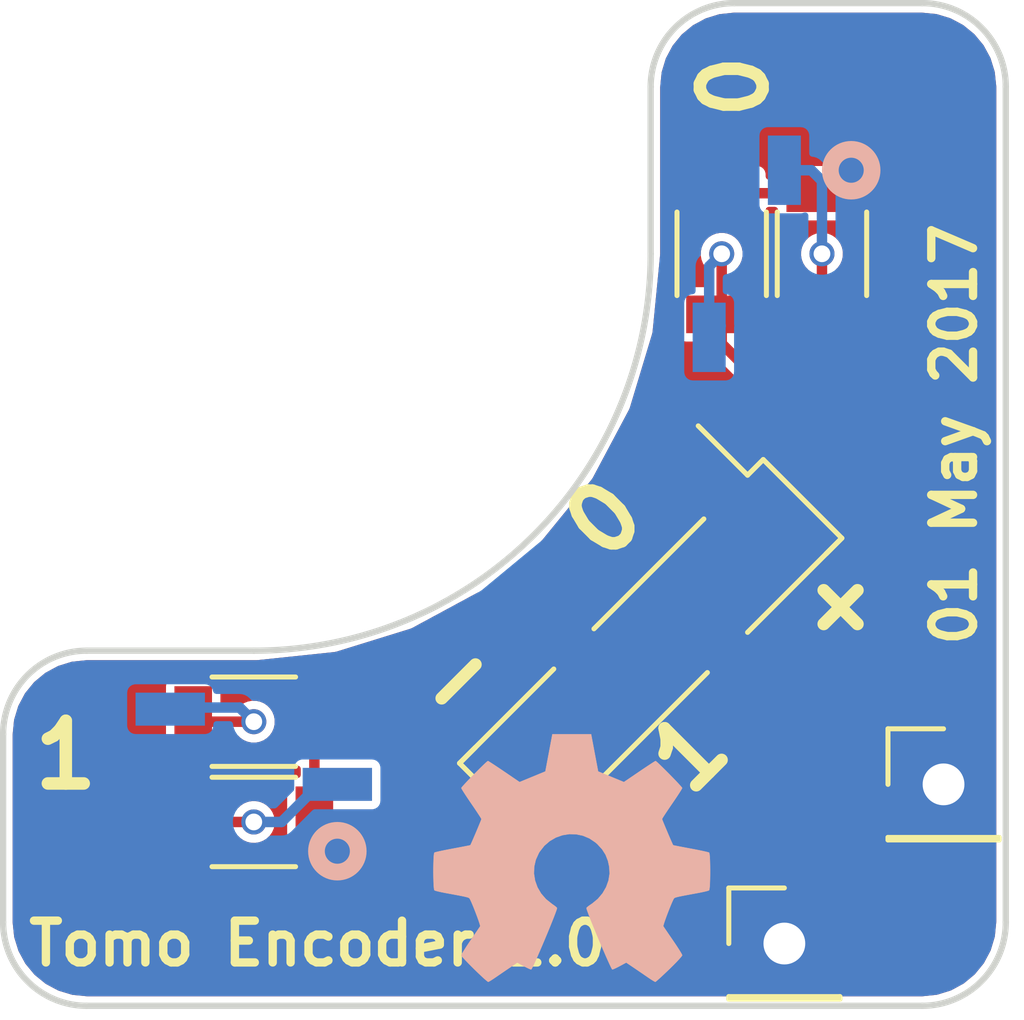
<source format=kicad_pcb>
(kicad_pcb (version 4) (host pcbnew 4.0.6-e0-6349~52~ubuntu16.10.1)

  (general
    (links 16)
    (no_connects 0)
    (area 93.924999 93.924999 118.075001 118.075001)
    (thickness 1.6)
    (drawings 22)
    (tracks 54)
    (zones 0)
    (modules 11)
    (nets 7)
  )

  (page USLetter)
  (layers
    (0 F.Cu signal)
    (31 B.Cu signal)
    (32 B.Adhes user)
    (33 F.Adhes user)
    (34 B.Paste user)
    (35 F.Paste user)
    (36 B.SilkS user)
    (37 F.SilkS user)
    (38 B.Mask user)
    (39 F.Mask user hide)
    (40 Dwgs.User user hide)
    (41 Cmts.User user)
    (42 Eco1.User user)
    (43 Eco2.User user)
    (44 Edge.Cuts user)
    (45 Margin user hide)
    (46 B.CrtYd user hide)
    (47 F.CrtYd user hide)
    (48 B.Fab user hide)
    (49 F.Fab user hide)
  )

  (setup
    (last_trace_width 0.25)
    (trace_clearance 0.2)
    (zone_clearance 0.1524)
    (zone_45_only no)
    (trace_min 0.2)
    (segment_width 0.2)
    (edge_width 0.15)
    (via_size 0.6)
    (via_drill 0.4)
    (via_min_size 0.4)
    (via_min_drill 0.3)
    (uvia_size 0.3)
    (uvia_drill 0.1)
    (uvias_allowed no)
    (uvia_min_size 0.2)
    (uvia_min_drill 0.1)
    (pcb_text_width 0.3)
    (pcb_text_size 1.5 1.5)
    (mod_edge_width 0.15)
    (mod_text_size 1 1)
    (mod_text_width 0.15)
    (pad_size 1.7 1.7)
    (pad_drill 1)
    (pad_to_mask_clearance 0.2)
    (aux_axis_origin 0 0)
    (grid_origin 100 100)
    (visible_elements 7FFFCE7F)
    (pcbplotparams
      (layerselection 0x00030_80000001)
      (usegerberextensions false)
      (excludeedgelayer true)
      (linewidth 0.100000)
      (plotframeref false)
      (viasonmask false)
      (mode 1)
      (useauxorigin false)
      (hpglpennumber 1)
      (hpglpenspeed 20)
      (hpglpendiameter 15)
      (hpglpenoverlay 2)
      (psnegative false)
      (psa4output false)
      (plotreference true)
      (plotvalue true)
      (plotinvisibletext false)
      (padsonsilk false)
      (subtractmaskfromsilk false)
      (outputformat 1)
      (mirror false)
      (drillshape 1)
      (scaleselection 1)
      (outputdirectory ""))
  )

  (net 0 "")
  (net 1 VCC)
  (net 2 GND)
  (net 3 /ENC1)
  (net 4 /ENC0)
  (net 5 /D0)
  (net 6 /D1)

  (net_class Default "This is the default net class."
    (clearance 0.2)
    (trace_width 0.25)
    (via_dia 0.6)
    (via_drill 0.4)
    (uvia_dia 0.3)
    (uvia_drill 0.1)
    (add_net /D0)
    (add_net /D1)
    (add_net /ENC0)
    (add_net /ENC1)
    (add_net GND)
    (add_net VCC)
  )

  (module Pin_Headers:Pin_Header_Straight_1x04_Pitch2.54mm_SMD_Pin1Left (layer F.Cu) (tedit 59054111) (tstamp 58FCEE86)
    (at 109.5 109.5 315)
    (descr "surface-mounted straight pin header, 1x04, 2.54mm pitch, single row, style 1 (pin 1 left)")
    (tags "Surface mounted pin header SMD 1x04 2.54mm single row style1 pin1 left")
    (path /58FCDAD9)
    (attr smd)
    (fp_text reference J1 (at 0 -6.14 315) (layer F.SilkS) hide
      (effects (font (size 1 1) (thickness 0.15)))
    )
    (fp_text value CONN_01X04 (at 0 6.14 315) (layer F.Fab)
      (effects (font (size 1 1) (thickness 0.15)))
    )
    (fp_line (start -1.27 -5.08) (end -1.27 5.08) (layer F.Fab) (width 0.1))
    (fp_line (start -1.27 5.08) (end 1.27 5.08) (layer F.Fab) (width 0.1))
    (fp_line (start 1.27 5.08) (end 1.27 -5.08) (layer F.Fab) (width 0.1))
    (fp_line (start 1.27 -5.08) (end -1.27 -5.08) (layer F.Fab) (width 0.1))
    (fp_line (start -1.27 -4.13) (end -1.27 -3.49) (layer F.Fab) (width 0.1))
    (fp_line (start -1.27 -3.49) (end -2.65 -3.49) (layer F.Fab) (width 0.1))
    (fp_line (start -2.65 -3.49) (end -2.65 -4.13) (layer F.Fab) (width 0.1))
    (fp_line (start -2.65 -4.13) (end -1.27 -4.13) (layer F.Fab) (width 0.1))
    (fp_line (start -1.27 0.95) (end -1.27 1.59) (layer F.Fab) (width 0.1))
    (fp_line (start -1.27 1.59) (end -2.65 1.59) (layer F.Fab) (width 0.1))
    (fp_line (start -2.65 1.59) (end -2.65 0.95) (layer F.Fab) (width 0.1))
    (fp_line (start -2.65 0.95) (end -1.27 0.95) (layer F.Fab) (width 0.1))
    (fp_line (start 1.27 -1.59) (end 1.27 -0.95) (layer F.Fab) (width 0.1))
    (fp_line (start 1.27 -0.95) (end 2.65 -0.95) (layer F.Fab) (width 0.1))
    (fp_line (start 2.65 -0.95) (end 2.65 -1.59) (layer F.Fab) (width 0.1))
    (fp_line (start 2.65 -1.59) (end 1.27 -1.59) (layer F.Fab) (width 0.1))
    (fp_line (start 1.27 3.49) (end 1.27 4.13) (layer F.Fab) (width 0.1))
    (fp_line (start 1.27 4.13) (end 2.65 4.13) (layer F.Fab) (width 0.1))
    (fp_line (start 2.65 4.13) (end 2.65 3.49) (layer F.Fab) (width 0.1))
    (fp_line (start 2.65 3.49) (end 1.27 3.49) (layer F.Fab) (width 0.1))
    (fp_line (start -1.33 -4.61) (end -1.33 -5.14) (layer F.SilkS) (width 0.12))
    (fp_line (start -1.33 -5.14) (end 1.33 -5.14) (layer F.SilkS) (width 0.12))
    (fp_line (start 1.33 -5.14) (end 1.33 -4.61) (layer F.SilkS) (width 0.12))
    (fp_line (start -1.33 4.61) (end -1.33 5.14) (layer F.SilkS) (width 0.12))
    (fp_line (start -1.33 5.14) (end 1.33 5.14) (layer F.SilkS) (width 0.12))
    (fp_line (start 1.33 5.14) (end 1.33 4.61) (layer F.SilkS) (width 0.12))
    (fp_line (start 1.33 -5.14) (end 1.33 -1.95) (layer F.SilkS) (width 0.12))
    (fp_line (start -1.33 -4.61) (end -3 -4.61) (layer F.SilkS) (width 0.12))
    (fp_line (start 1.33 -0.59) (end 1.33 3.13) (layer F.SilkS) (width 0.12))
    (fp_line (start -1.33 -3.13) (end -1.33 0.59) (layer F.SilkS) (width 0.12))
    (fp_line (start -1.33 1.95) (end -1.33 5.14) (layer F.SilkS) (width 0.12))
    (fp_line (start -3.5 -5.6) (end -3.5 5.6) (layer F.CrtYd) (width 0.05))
    (fp_line (start -3.5 5.6) (end 3.5 5.6) (layer F.CrtYd) (width 0.05))
    (fp_line (start 3.5 5.6) (end 3.5 -5.6) (layer F.CrtYd) (width 0.05))
    (fp_line (start 3.5 -5.6) (end -3.5 -5.6) (layer F.CrtYd) (width 0.05))
    (fp_text user %R (at 0 -6.14 315) (layer F.Fab)
      (effects (font (size 1 1) (thickness 0.15)))
    )
    (pad 1 smd rect (at -1.5 -3.81 315) (size 3 1) (layers F.Cu F.Paste F.Mask)
      (net 1 VCC))
    (pad 3 smd rect (at -1.5 1.27 315) (size 3 1) (layers F.Cu F.Paste F.Mask)
      (net 3 /ENC1))
    (pad 2 smd rect (at 1.5 -1.27 315) (size 3 1) (layers F.Cu F.Paste F.Mask)
      (net 4 /ENC0))
    (pad 4 smd rect (at 1.5 3.81 315) (size 3 1) (layers F.Cu F.Paste F.Mask)
      (net 2 GND))
    (model ${KISYS3DMOD}/Pin_Headers.3dshapes/Pin_Header_Straight_1x04_Pitch2.54mm_SMD_Pin1Left.wrl
      (at (xyz 0 0 0))
      (scale (xyz 1 1 1))
      (rotate (xyz 0 0 0))
    )
  )

  (module Resistors_SMD:R_1206 (layer F.Cu) (tedit 5905410A) (tstamp 59041A62)
    (at 113.6 100 270)
    (descr "Resistor SMD 1206, reflow soldering, Vishay (see dcrcw.pdf)")
    (tags "resistor 1206")
    (path /58FCD18B)
    (attr smd)
    (fp_text reference R001 (at 0 -1.85 270) (layer F.SilkS) hide
      (effects (font (size 1 1) (thickness 0.15)))
    )
    (fp_text value 220 (at 0 1.95 270) (layer F.Fab)
      (effects (font (size 1 1) (thickness 0.15)))
    )
    (fp_text user %R (at 0 0 270) (layer F.Fab)
      (effects (font (size 0.7 0.7) (thickness 0.105)))
    )
    (fp_line (start -1.6 0.8) (end -1.6 -0.8) (layer F.Fab) (width 0.1))
    (fp_line (start 1.6 0.8) (end -1.6 0.8) (layer F.Fab) (width 0.1))
    (fp_line (start 1.6 -0.8) (end 1.6 0.8) (layer F.Fab) (width 0.1))
    (fp_line (start -1.6 -0.8) (end 1.6 -0.8) (layer F.Fab) (width 0.1))
    (fp_line (start 1 1.07) (end -1 1.07) (layer F.SilkS) (width 0.12))
    (fp_line (start -1 -1.07) (end 1 -1.07) (layer F.SilkS) (width 0.12))
    (fp_line (start -2.15 -1.11) (end 2.15 -1.11) (layer F.CrtYd) (width 0.05))
    (fp_line (start -2.15 -1.11) (end -2.15 1.1) (layer F.CrtYd) (width 0.05))
    (fp_line (start 2.15 1.1) (end 2.15 -1.11) (layer F.CrtYd) (width 0.05))
    (fp_line (start 2.15 1.1) (end -2.15 1.1) (layer F.CrtYd) (width 0.05))
    (pad 1 smd rect (at -1.45 0 270) (size 0.9 1.7) (layers F.Cu F.Paste F.Mask)
      (net 1 VCC))
    (pad 2 smd rect (at 1.45 0 270) (size 0.9 1.7) (layers F.Cu F.Paste F.Mask)
      (net 5 /D0))
    (model ${KISYS3DMOD}/Resistors_SMD.3dshapes/R_1206.wrl
      (at (xyz 0 0 0))
      (scale (xyz 1 1 1))
      (rotate (xyz 0 0 0))
    )
  )

  (module Resistors_SMD:R_1206 (layer F.Cu) (tedit 59054107) (tstamp 59041A68)
    (at 111.2 100 270)
    (descr "Resistor SMD 1206, reflow soldering, Vishay (see dcrcw.pdf)")
    (tags "resistor 1206")
    (path /58FCDA9E)
    (attr smd)
    (fp_text reference R003 (at 0 -1.85 270) (layer F.SilkS) hide
      (effects (font (size 1 1) (thickness 0.15)))
    )
    (fp_text value 10k (at 0 1.95 270) (layer F.Fab)
      (effects (font (size 1 1) (thickness 0.15)))
    )
    (fp_text user %R (at 0 0 270) (layer F.Fab)
      (effects (font (size 0.7 0.7) (thickness 0.105)))
    )
    (fp_line (start -1.6 0.8) (end -1.6 -0.8) (layer F.Fab) (width 0.1))
    (fp_line (start 1.6 0.8) (end -1.6 0.8) (layer F.Fab) (width 0.1))
    (fp_line (start 1.6 -0.8) (end 1.6 0.8) (layer F.Fab) (width 0.1))
    (fp_line (start -1.6 -0.8) (end 1.6 -0.8) (layer F.Fab) (width 0.1))
    (fp_line (start 1 1.07) (end -1 1.07) (layer F.SilkS) (width 0.12))
    (fp_line (start -1 -1.07) (end 1 -1.07) (layer F.SilkS) (width 0.12))
    (fp_line (start -2.15 -1.11) (end 2.15 -1.11) (layer F.CrtYd) (width 0.05))
    (fp_line (start -2.15 -1.11) (end -2.15 1.1) (layer F.CrtYd) (width 0.05))
    (fp_line (start 2.15 1.1) (end 2.15 -1.11) (layer F.CrtYd) (width 0.05))
    (fp_line (start 2.15 1.1) (end -2.15 1.1) (layer F.CrtYd) (width 0.05))
    (pad 1 smd rect (at -1.45 0 270) (size 0.9 1.7) (layers F.Cu F.Paste F.Mask)
      (net 1 VCC))
    (pad 2 smd rect (at 1.45 0 270) (size 0.9 1.7) (layers F.Cu F.Paste F.Mask)
      (net 4 /ENC0))
    (model ${KISYS3DMOD}/Resistors_SMD.3dshapes/R_1206.wrl
      (at (xyz 0 0 0))
      (scale (xyz 1 1 1))
      (rotate (xyz 0 0 0))
    )
  )

  (module Resistors_SMD:R_1206 (layer F.Cu) (tedit 59054118) (tstamp 59041A6E)
    (at 100 113.6 180)
    (descr "Resistor SMD 1206, reflow soldering, Vishay (see dcrcw.pdf)")
    (tags "resistor 1206")
    (path /58FCDD3A)
    (attr smd)
    (fp_text reference R101 (at 0 -1.85 180) (layer F.SilkS) hide
      (effects (font (size 1 1) (thickness 0.15)))
    )
    (fp_text value 220 (at 0 1.95 180) (layer F.Fab)
      (effects (font (size 1 1) (thickness 0.15)))
    )
    (fp_text user %R (at 0 0 180) (layer F.Fab)
      (effects (font (size 0.7 0.7) (thickness 0.105)))
    )
    (fp_line (start -1.6 0.8) (end -1.6 -0.8) (layer F.Fab) (width 0.1))
    (fp_line (start 1.6 0.8) (end -1.6 0.8) (layer F.Fab) (width 0.1))
    (fp_line (start 1.6 -0.8) (end 1.6 0.8) (layer F.Fab) (width 0.1))
    (fp_line (start -1.6 -0.8) (end 1.6 -0.8) (layer F.Fab) (width 0.1))
    (fp_line (start 1 1.07) (end -1 1.07) (layer F.SilkS) (width 0.12))
    (fp_line (start -1 -1.07) (end 1 -1.07) (layer F.SilkS) (width 0.12))
    (fp_line (start -2.15 -1.11) (end 2.15 -1.11) (layer F.CrtYd) (width 0.05))
    (fp_line (start -2.15 -1.11) (end -2.15 1.1) (layer F.CrtYd) (width 0.05))
    (fp_line (start 2.15 1.1) (end 2.15 -1.11) (layer F.CrtYd) (width 0.05))
    (fp_line (start 2.15 1.1) (end -2.15 1.1) (layer F.CrtYd) (width 0.05))
    (pad 1 smd rect (at -1.45 0 180) (size 0.9 1.7) (layers F.Cu F.Paste F.Mask)
      (net 1 VCC))
    (pad 2 smd rect (at 1.45 0 180) (size 0.9 1.7) (layers F.Cu F.Paste F.Mask)
      (net 6 /D1))
    (model ${KISYS3DMOD}/Resistors_SMD.3dshapes/R_1206.wrl
      (at (xyz 0 0 0))
      (scale (xyz 1 1 1))
      (rotate (xyz 0 0 0))
    )
  )

  (module Resistors_SMD:R_1206 (layer F.Cu) (tedit 59054128) (tstamp 59041A74)
    (at 100 111.2 180)
    (descr "Resistor SMD 1206, reflow soldering, Vishay (see dcrcw.pdf)")
    (tags "resistor 1206")
    (path /58FCDD71)
    (attr smd)
    (fp_text reference R103 (at 0 -1.85 180) (layer F.SilkS) hide
      (effects (font (size 1 1) (thickness 0.15)))
    )
    (fp_text value 10k (at 0 1.95 180) (layer F.Fab)
      (effects (font (size 1 1) (thickness 0.15)))
    )
    (fp_text user %R (at 0 0 180) (layer F.Fab)
      (effects (font (size 0.7 0.7) (thickness 0.105)))
    )
    (fp_line (start -1.6 0.8) (end -1.6 -0.8) (layer F.Fab) (width 0.1))
    (fp_line (start 1.6 0.8) (end -1.6 0.8) (layer F.Fab) (width 0.1))
    (fp_line (start 1.6 -0.8) (end 1.6 0.8) (layer F.Fab) (width 0.1))
    (fp_line (start -1.6 -0.8) (end 1.6 -0.8) (layer F.Fab) (width 0.1))
    (fp_line (start 1 1.07) (end -1 1.07) (layer F.SilkS) (width 0.12))
    (fp_line (start -1 -1.07) (end 1 -1.07) (layer F.SilkS) (width 0.12))
    (fp_line (start -2.15 -1.11) (end 2.15 -1.11) (layer F.CrtYd) (width 0.05))
    (fp_line (start -2.15 -1.11) (end -2.15 1.1) (layer F.CrtYd) (width 0.05))
    (fp_line (start 2.15 1.1) (end 2.15 -1.11) (layer F.CrtYd) (width 0.05))
    (fp_line (start 2.15 1.1) (end -2.15 1.1) (layer F.CrtYd) (width 0.05))
    (pad 1 smd rect (at -1.45 0 180) (size 0.9 1.7) (layers F.Cu F.Paste F.Mask)
      (net 1 VCC))
    (pad 2 smd rect (at 1.45 0 180) (size 0.9 1.7) (layers F.Cu F.Paste F.Mask)
      (net 3 /ENC1))
    (model ${KISYS3DMOD}/Resistors_SMD.3dshapes/R_1206.wrl
      (at (xyz 0 0 0))
      (scale (xyz 1 1 1))
      (rotate (xyz 0 0 0))
    )
  )

  (module KwanSystems:KWAN_CIRCLE_soldermask (layer B.Cu) (tedit 0) (tstamp 5904239C)
    (at 113.716 107.874 180)
    (fp_text reference G*** (at -3.683 2.7432 180) (layer B.Mask) hide
      (effects (font (thickness 0.3)) (justify mirror))
    )
    (fp_text value LOGO (at 4.2926 -3.7084 180) (layer B.Mask) hide
      (effects (font (thickness 0.3)) (justify mirror))
    )
    (fp_poly (pts (xy -0.120685 -0.960303) (xy -0.11073 -0.977276) (xy -0.09497 -1.006095) (xy -0.073334 -1.046902)
      (xy -0.045748 -1.099842) (xy -0.012139 -1.165057) (xy 0.027567 -1.242692) (xy 0.073441 -1.33289)
      (xy 0.125558 -1.435794) (xy 0.18399 -1.551549) (xy 0.248811 -1.680298) (xy 0.320092 -1.822183)
      (xy 0.397909 -1.97735) (xy 0.482333 -2.145941) (xy 0.548349 -2.277916) (xy 0.615087 -2.411424)
      (xy 0.679982 -2.541306) (xy 0.742707 -2.666906) (xy 0.802932 -2.787565) (xy 0.860332 -2.902625)
      (xy 0.914578 -3.011428) (xy 0.965344 -3.113316) (xy 1.012301 -3.207631) (xy 1.055122 -3.293714)
      (xy 1.09348 -3.370908) (xy 1.127048 -3.438554) (xy 1.155497 -3.495995) (xy 1.1785 -3.542573)
      (xy 1.19573 -3.577628) (xy 1.206859 -3.600504) (xy 1.211561 -3.610542) (xy 1.211701 -3.610953)
      (xy 1.21064 -3.613819) (xy 1.20627 -3.617026) (xy 1.19681 -3.621183) (xy 1.180477 -3.626896)
      (xy 1.15549 -3.634775) (xy 1.120068 -3.645425) (xy 1.072428 -3.659455) (xy 1.051665 -3.665532)
      (xy 0.846186 -3.718906) (xy 0.634817 -3.760442) (xy 0.415596 -3.790503) (xy 0.327692 -3.799183)
      (xy 0.270207 -3.803156) (xy 0.201016 -3.80614) (xy 0.123432 -3.808135) (xy 0.040768 -3.809142)
      (xy -0.043663 -3.809165) (xy -0.126548 -3.808203) (xy -0.204576 -3.806259) (xy -0.274432 -3.803335)
      (xy -0.332805 -3.799431) (xy -0.339124 -3.798874) (xy -0.579933 -3.769519) (xy -0.816113 -3.725651)
      (xy -1.047848 -3.66722) (xy -1.275319 -3.594174) (xy -1.498709 -3.506463) (xy -1.65991 -3.432856)
      (xy -1.702695 -3.411804) (xy -1.748151 -3.388866) (xy -1.793772 -3.365365) (xy -1.837055 -3.342623)
      (xy -1.875495 -3.321964) (xy -1.906589 -3.30471) (xy -1.927833 -3.292184) (xy -1.934195 -3.287949)
      (xy -1.93373 -3.280202) (xy -1.931231 -3.258874) (xy -1.926914 -3.225458) (xy -1.920994 -3.181448)
      (xy -1.913689 -3.128338) (xy -1.905214 -3.067621) (xy -1.895786 -3.00079) (xy -1.88562 -2.929339)
      (xy -1.874933 -2.854762) (xy -1.863942 -2.778551) (xy -1.852861 -2.702201) (xy -1.841909 -2.627205)
      (xy -1.831299 -2.555056) (xy -1.82125 -2.487248) (xy -1.811977 -2.425274) (xy -1.803696 -2.370628)
      (xy -1.796623 -2.324804) (xy -1.790975 -2.289294) (xy -1.786968 -2.265592) (xy -1.784818 -2.255192)
      (xy -1.784652 -2.254855) (xy -1.776228 -2.247952) (xy -1.756783 -2.23244) (xy -1.727152 -2.208975)
      (xy -1.688176 -2.178212) (xy -1.64069 -2.140807) (xy -1.585533 -2.097417) (xy -1.523543 -2.048697)
      (xy -1.455556 -1.995304) (xy -1.382411 -1.937893) (xy -1.304945 -1.87712) (xy -1.223996 -1.813642)
      (xy -1.140402 -1.748114) (xy -1.054999 -1.681193) (xy -0.968626 -1.613534) (xy -0.882121 -1.545793)
      (xy -0.79632 -1.478627) (xy -0.712062 -1.412691) (xy -0.630185 -1.348641) (xy -0.551525 -1.287134)
      (xy -0.476921 -1.228824) (xy -0.407209 -1.174369) (xy -0.343229 -1.124425) (xy -0.285817 -1.079646)
      (xy -0.235811 -1.04069) (xy -0.194049 -1.008212) (xy -0.161368 -0.982869) (xy -0.138605 -0.965315)
      (xy -0.1266 -0.956208) (xy -0.12491 -0.955031) (xy -0.120685 -0.960303)) (layer B.Mask) (width 0.01))
    (fp_poly (pts (xy 3.243293 2.004387) (xy 3.254612 1.987318) (xy 3.27078 1.960818) (xy 3.290656 1.926905)
      (xy 3.313095 1.887597) (xy 3.336953 1.844913) (xy 3.361088 1.800871) (xy 3.384356 1.757488)
      (xy 3.405613 1.716783) (xy 3.418262 1.69181) (xy 3.516825 1.477147) (xy 3.60162 1.256163)
      (xy 3.672681 1.028739) (xy 3.730043 0.794756) (xy 3.773742 0.554096) (xy 3.79193 0.419142)
      (xy 3.796468 0.371316) (xy 3.800395 0.311139) (xy 3.803663 0.241491) (xy 3.806227 0.165254)
      (xy 3.808038 0.085307) (xy 3.809051 0.004531) (xy 3.80922 -0.074193) (xy 3.808497 -0.147986)
      (xy 3.806835 -0.213967) (xy 3.804189 -0.269255) (xy 3.803288 -0.282128) (xy 3.777364 -0.524142)
      (xy 3.736838 -0.761946) (xy 3.681854 -0.995188) (xy 3.612555 -1.223517) (xy 3.529083 -1.446582)
      (xy 3.431582 -1.664032) (xy 3.320195 -1.875515) (xy 3.195066 -2.08068) (xy 3.056336 -2.279177)
      (xy 2.918046 -2.454133) (xy 2.892419 -2.484027) (xy 2.861812 -2.518548) (xy 2.827792 -2.556048)
      (xy 2.791923 -2.594883) (xy 2.755773 -2.633405) (xy 2.720907 -2.669968) (xy 2.68889 -2.702927)
      (xy 2.661288 -2.730635) (xy 2.639667 -2.751445) (xy 2.625593 -2.763713) (xy 2.621093 -2.766336)
      (xy 2.615652 -2.759965) (xy 2.604408 -2.742323) (xy 2.588673 -2.71562) (xy 2.569759 -2.682067)
      (xy 2.554381 -2.65393) (xy 2.539561 -2.626427) (xy 2.518568 -2.587404) (xy 2.491819 -2.537641)
      (xy 2.459732 -2.477916) (xy 2.422724 -2.409006) (xy 2.381212 -2.331691) (xy 2.335615 -2.246748)
      (xy 2.286349 -2.154956) (xy 2.233831 -2.057094) (xy 2.178481 -1.953939) (xy 2.120713 -1.846271)
      (xy 2.060947 -1.734867) (xy 1.999599 -1.620506) (xy 1.937088 -1.503966) (xy 1.873829 -1.386025)
      (xy 1.810242 -1.267462) (xy 1.746742 -1.149056) (xy 1.683748 -1.031584) (xy 1.621678 -0.915825)
      (xy 1.560947 -0.802557) (xy 1.501975 -0.692559) (xy 1.445177 -0.586609) (xy 1.390973 -0.485485)
      (xy 1.339778 -0.389966) (xy 1.292011 -0.30083) (xy 1.24809 -0.218855) (xy 1.20843 -0.14482)
      (xy 1.17345 -0.079504) (xy 1.143568 -0.023684) (xy 1.1192 0.021862) (xy 1.100764 0.056354)
      (xy 1.088677 0.079015) (xy 1.083358 0.089065) (xy 1.083271 0.089233) (xy 1.066914 0.12131)
      (xy 2.150016 1.064691) (xy 2.260749 1.161127) (xy 2.368413 1.254867) (xy 2.472446 1.345422)
      (xy 2.572284 1.432303) (xy 2.667362 1.515019) (xy 2.757119 1.593081) (xy 2.84099 1.666)
      (xy 2.918411 1.733285) (xy 2.98882 1.794447) (xy 3.051652 1.848996) (xy 3.106344 1.896443)
      (xy 3.152332 1.936298) (xy 3.189054 1.968071) (xy 3.215944 1.991273) (xy 3.23244 2.005413)
      (xy 3.237969 2.010007) (xy 3.243293 2.004387)) (layer B.Mask) (width 0.01))
    (fp_poly (pts (xy -2.328855 3.008401) (xy -2.332981 2.986481) (xy -2.339898 2.950983) (xy -2.349469 2.902583)
      (xy -2.361555 2.841957) (xy -2.376018 2.76978) (xy -2.392719 2.68673) (xy -2.411522 2.59348)
      (xy -2.432287 2.490709) (xy -2.454877 2.37909) (xy -2.479154 2.259301) (xy -2.504979 2.132016)
      (xy -2.532214 1.997913) (xy -2.560722 1.857666) (xy -2.590364 1.711952) (xy -2.621002 1.561446)
      (xy -2.652498 1.406825) (xy -2.684714 1.248764) (xy -2.717512 1.08794) (xy -2.750754 0.925027)
      (xy -2.784301 0.760703) (xy -2.818016 0.595642) (xy -2.85176 0.430521) (xy -2.885396 0.266015)
      (xy -2.918785 0.102801) (xy -2.951789 -0.058446) (xy -2.98427 -0.217049) (xy -3.01609 -0.372333)
      (xy -3.047111 -0.523623) (xy -3.077195 -0.670241) (xy -3.106203 -0.811513) (xy -3.133998 -0.946762)
      (xy -3.160442 -1.075313) (xy -3.185396 -1.196489) (xy -3.208722 -1.309615) (xy -3.230283 -1.414015)
      (xy -3.24994 -1.509013) (xy -3.267555 -1.593933) (xy -3.282989 -1.6681) (xy -3.296106 -1.730836)
      (xy -3.306766 -1.781467) (xy -3.314833 -1.819317) (xy -3.320166 -1.843709) (xy -3.322629 -1.853968)
      (xy -3.322749 -1.854254) (xy -3.32926 -1.851943) (xy -3.339955 -1.839252) (xy -3.347397 -1.827582)
      (xy -3.373549 -1.78015) (xy -3.403485 -1.721577) (xy -3.435742 -1.655034) (xy -3.468859 -1.583691)
      (xy -3.501373 -1.510719) (xy -3.531823 -1.439286) (xy -3.558747 -1.372564) (xy -3.566395 -1.352685)
      (xy -3.640985 -1.137881) (xy -3.701583 -0.922961) (xy -3.748496 -0.706222) (xy -3.78203 -0.48596)
      (xy -3.802493 -0.260474) (xy -3.810191 -0.028058) (xy -3.810272 0) (xy -3.808466 0.142493)
      (xy -3.802856 0.274198) (xy -3.793054 0.399184) (xy -3.778674 0.521518) (xy -3.759325 0.645266)
      (xy -3.737942 0.758266) (xy -3.692607 0.956571) (xy -3.638336 1.146785) (xy -3.573853 1.332633)
      (xy -3.497879 1.517844) (xy -3.421925 1.680378) (xy -3.327152 1.862241) (xy -3.227311 2.032414)
      (xy -3.120532 2.193496) (xy -3.004948 2.348083) (xy -2.878688 2.498772) (xy -2.739885 2.648161)
      (xy -2.68705 2.701561) (xy -2.645668 2.742083) (xy -2.601761 2.78391) (xy -2.556751 2.825795)
      (xy -2.512062 2.866493) (xy -2.469117 2.904759) (xy -2.429338 2.939348) (xy -2.39415 2.969014)
      (xy -2.364976 2.992511) (xy -2.343237 3.008594) (xy -2.330358 3.016018) (xy -2.327659 3.016067)
      (xy -2.328855 3.008401)) (layer B.Mask) (width 0.01))
    (fp_poly (pts (xy 0.134117 3.810292) (xy 0.227246 3.80726) (xy 0.30102 3.802489) (xy 0.545428 3.774437)
      (xy 0.784595 3.732079) (xy 1.018489 3.675427) (xy 1.247078 3.604491) (xy 1.470331 3.519282)
      (xy 1.688216 3.419811) (xy 1.900703 3.306089) (xy 2.107759 3.178127) (xy 2.116072 3.172616)
      (xy 2.152277 3.148315) (xy 2.184261 3.126397) (xy 2.209748 3.108458) (xy 2.226461 3.096095)
      (xy 2.231856 3.091457) (xy 2.229943 3.087303) (xy 2.221689 3.077384) (xy 2.206751 3.061373)
      (xy 2.18479 3.038942) (xy 2.155465 3.009765) (xy 2.118436 2.973514) (xy 2.073362 2.929862)
      (xy 2.019902 2.878482) (xy 1.957717 2.819047) (xy 1.886465 2.75123) (xy 1.805806 2.674704)
      (xy 1.7154 2.589141) (xy 1.614905 2.494215) (xy 1.503983 2.389599) (xy 1.382291 2.274964)
      (xy 1.36565 2.259297) (xy 0.491662 1.436514) (xy 0.722128 1.434497) (xy 0.779623 1.433816)
      (xy 0.831861 1.432856) (xy 0.876989 1.431677) (xy 0.913156 1.430341) (xy 0.93851 1.42891)
      (xy 0.951197 1.427445) (xy 0.952312 1.426876) (xy 0.946128 1.422245) (xy 0.928131 1.40954)
      (xy 0.89909 1.389289) (xy 0.859775 1.36202) (xy 0.810956 1.32826) (xy 0.753402 1.288538)
      (xy 0.687883 1.24338) (xy 0.615169 1.193314) (xy 0.536029 1.138869) (xy 0.451233 1.080571)
      (xy 0.36155 1.018948) (xy 0.267751 0.954528) (xy 0.170604 0.887838) (xy 0.070879 0.819406)
      (xy -0.030654 0.74976) (xy -0.133225 0.679428) (xy -0.236065 0.608936) (xy -0.338404 0.538813)
      (xy -0.439473 0.469586) (xy -0.538502 0.401783) (xy -0.634721 0.335931) (xy -0.727361 0.272558)
      (xy -0.815652 0.212192) (xy -0.898824 0.15536) (xy -0.976108 0.102591) (xy -1.046735 0.05441)
      (xy -1.109934 0.011347) (xy -1.164936 -0.026071) (xy -1.210972 -0.057317) (xy -1.247271 -0.081863)
      (xy -1.273065 -0.099182) (xy -1.287583 -0.108745) (xy -1.288196 -0.109134) (xy -1.302942 -0.116873)
      (xy -1.310507 -0.117718) (xy -1.310772 -0.116887) (xy -1.307641 -0.109235) (xy -1.298519 -0.088639)
      (xy -1.283815 -0.05599) (xy -1.263935 -0.012177) (xy -1.239287 0.041909) (xy -1.210279 0.105378)
      (xy -1.177317 0.17734) (xy -1.140809 0.256904) (xy -1.101162 0.343182) (xy -1.058785 0.435282)
      (xy -1.014083 0.532314) (xy -0.967466 0.633389) (xy -0.957278 0.655463) (xy -0.603784 1.421273)
      (xy -0.900903 1.423267) (xy -0.979089 1.423891) (xy -1.043163 1.424644) (xy -1.094255 1.425568)
      (xy -1.133496 1.426709) (xy -1.162016 1.42811) (xy -1.180944 1.429816) (xy -1.19141 1.431869)
      (xy -1.194544 1.434315) (xy -1.194459 1.434698) (xy -1.192003 1.442958) (xy -1.185588 1.465088)
      (xy -1.175439 1.500302) (xy -1.161781 1.547815) (xy -1.144839 1.60684) (xy -1.124838 1.676592)
      (xy -1.102004 1.756284) (xy -1.07656 1.845132) (xy -1.048733 1.942349) (xy -1.018747 2.047149)
      (xy -0.986828 2.158746) (xy -0.9532 2.276355) (xy -0.918089 2.399189) (xy -0.88172 2.526464)
      (xy -0.857551 2.611063) (xy -0.524206 3.777991) (xy -0.4812 3.783166) (xy -0.389223 3.792655)
      (xy -0.288401 3.800271) (xy -0.182194 3.805928) (xy -0.074065 3.809541) (xy 0.032526 3.811023)
      (xy 0.134117 3.810292)) (layer B.Mask) (width 0.01))
  )

  (module Symbols:OSHW-Symbol_6.7x6mm_SilkScreen (layer B.Cu) (tedit 0) (tstamp 5904250C)
    (at 107.62 114.478 180)
    (descr "Open Source Hardware Symbol")
    (tags "Logo Symbol OSHW")
    (attr virtual)
    (fp_text reference REF*** (at 0 0 180) (layer B.SilkS) hide
      (effects (font (size 1 1) (thickness 0.15)) (justify mirror))
    )
    (fp_text value OSHW-Symbol_6.7x6mm_SilkScreen (at 0.75 0 180) (layer B.Fab) hide
      (effects (font (size 1 1) (thickness 0.15)) (justify mirror))
    )
    (fp_poly (pts (xy 0.555814 2.531069) (xy 0.639635 2.086445) (xy 0.94892 1.958947) (xy 1.258206 1.831449)
      (xy 1.629246 2.083754) (xy 1.733157 2.154004) (xy 1.827087 2.216728) (xy 1.906652 2.269062)
      (xy 1.96747 2.308143) (xy 2.005157 2.331107) (xy 2.015421 2.336058) (xy 2.03391 2.323324)
      (xy 2.07342 2.288118) (xy 2.129522 2.234938) (xy 2.197787 2.168282) (xy 2.273786 2.092646)
      (xy 2.353092 2.012528) (xy 2.431275 1.932426) (xy 2.503907 1.856836) (xy 2.566559 1.790255)
      (xy 2.614803 1.737182) (xy 2.64421 1.702113) (xy 2.651241 1.690377) (xy 2.641123 1.66874)
      (xy 2.612759 1.621338) (xy 2.569129 1.552807) (xy 2.513218 1.467785) (xy 2.448006 1.370907)
      (xy 2.410219 1.31565) (xy 2.341343 1.214752) (xy 2.28014 1.123701) (xy 2.229578 1.04703)
      (xy 2.192628 0.989272) (xy 2.172258 0.954957) (xy 2.169197 0.947746) (xy 2.176136 0.927252)
      (xy 2.195051 0.879487) (xy 2.223087 0.811168) (xy 2.257391 0.729011) (xy 2.295109 0.63973)
      (xy 2.333387 0.550042) (xy 2.36937 0.466662) (xy 2.400206 0.396306) (xy 2.423039 0.34569)
      (xy 2.435017 0.321529) (xy 2.435724 0.320578) (xy 2.454531 0.315964) (xy 2.504618 0.305672)
      (xy 2.580793 0.290713) (xy 2.677865 0.272099) (xy 2.790643 0.250841) (xy 2.856442 0.238582)
      (xy 2.97695 0.215638) (xy 3.085797 0.193805) (xy 3.177476 0.174278) (xy 3.246481 0.158252)
      (xy 3.287304 0.146921) (xy 3.295511 0.143326) (xy 3.303548 0.118994) (xy 3.310033 0.064041)
      (xy 3.31497 -0.015108) (xy 3.318364 -0.112026) (xy 3.320218 -0.220287) (xy 3.320538 -0.333465)
      (xy 3.319327 -0.445135) (xy 3.31659 -0.548868) (xy 3.312331 -0.638241) (xy 3.306555 -0.706826)
      (xy 3.299267 -0.748197) (xy 3.294895 -0.75681) (xy 3.268764 -0.767133) (xy 3.213393 -0.781892)
      (xy 3.136107 -0.799352) (xy 3.04423 -0.81778) (xy 3.012158 -0.823741) (xy 2.857524 -0.852066)
      (xy 2.735375 -0.874876) (xy 2.641673 -0.89308) (xy 2.572384 -0.907583) (xy 2.523471 -0.919292)
      (xy 2.490897 -0.929115) (xy 2.470628 -0.937956) (xy 2.458626 -0.946724) (xy 2.456947 -0.948457)
      (xy 2.440184 -0.976371) (xy 2.414614 -1.030695) (xy 2.382788 -1.104777) (xy 2.34726 -1.191965)
      (xy 2.310583 -1.285608) (xy 2.275311 -1.379052) (xy 2.243996 -1.465647) (xy 2.219193 -1.53874)
      (xy 2.203454 -1.591678) (xy 2.199332 -1.617811) (xy 2.199676 -1.618726) (xy 2.213641 -1.640086)
      (xy 2.245322 -1.687084) (xy 2.291391 -1.754827) (xy 2.348518 -1.838423) (xy 2.413373 -1.932982)
      (xy 2.431843 -1.959854) (xy 2.497699 -2.057275) (xy 2.55565 -2.146163) (xy 2.602538 -2.221412)
      (xy 2.635207 -2.27792) (xy 2.6505 -2.310581) (xy 2.651241 -2.314593) (xy 2.638392 -2.335684)
      (xy 2.602888 -2.377464) (xy 2.549293 -2.435445) (xy 2.482171 -2.505135) (xy 2.406087 -2.582045)
      (xy 2.325604 -2.661683) (xy 2.245287 -2.739561) (xy 2.169699 -2.811186) (xy 2.103405 -2.87207)
      (xy 2.050969 -2.917721) (xy 2.016955 -2.94365) (xy 2.007545 -2.947883) (xy 1.985643 -2.937912)
      (xy 1.9408 -2.91102) (xy 1.880321 -2.871736) (xy 1.833789 -2.840117) (xy 1.749475 -2.782098)
      (xy 1.649626 -2.713784) (xy 1.549473 -2.645579) (xy 1.495627 -2.609075) (xy 1.313371 -2.4858)
      (xy 1.160381 -2.56852) (xy 1.090682 -2.604759) (xy 1.031414 -2.632926) (xy 0.991311 -2.648991)
      (xy 0.981103 -2.651226) (xy 0.968829 -2.634722) (xy 0.944613 -2.588082) (xy 0.910263 -2.515609)
      (xy 0.867588 -2.421606) (xy 0.818394 -2.310374) (xy 0.76449 -2.186215) (xy 0.707684 -2.053432)
      (xy 0.649782 -1.916327) (xy 0.592593 -1.779202) (xy 0.537924 -1.646358) (xy 0.487584 -1.522098)
      (xy 0.44338 -1.410725) (xy 0.407119 -1.316539) (xy 0.380609 -1.243844) (xy 0.365658 -1.196941)
      (xy 0.363254 -1.180833) (xy 0.382311 -1.160286) (xy 0.424036 -1.126933) (xy 0.479706 -1.087702)
      (xy 0.484378 -1.084599) (xy 0.628264 -0.969423) (xy 0.744283 -0.835053) (xy 0.83143 -0.685784)
      (xy 0.888699 -0.525913) (xy 0.915086 -0.359737) (xy 0.909585 -0.191552) (xy 0.87119 -0.025655)
      (xy 0.798895 0.133658) (xy 0.777626 0.168513) (xy 0.666996 0.309263) (xy 0.536302 0.422286)
      (xy 0.390064 0.506997) (xy 0.232808 0.562806) (xy 0.069057 0.589126) (xy -0.096667 0.58537)
      (xy -0.259838 0.55095) (xy -0.415935 0.485277) (xy -0.560433 0.387765) (xy -0.605131 0.348187)
      (xy -0.718888 0.224297) (xy -0.801782 0.093876) (xy -0.858644 -0.052315) (xy -0.890313 -0.197088)
      (xy -0.898131 -0.35986) (xy -0.872062 -0.52344) (xy -0.814755 -0.682298) (xy -0.728856 -0.830906)
      (xy -0.617014 -0.963735) (xy -0.481877 -1.075256) (xy -0.464117 -1.087011) (xy -0.40785 -1.125508)
      (xy -0.365077 -1.158863) (xy -0.344628 -1.18016) (xy -0.344331 -1.180833) (xy -0.348721 -1.203871)
      (xy -0.366124 -1.256157) (xy -0.394732 -1.33339) (xy -0.432735 -1.431268) (xy -0.478326 -1.545491)
      (xy -0.529697 -1.671758) (xy -0.585038 -1.805767) (xy -0.642542 -1.943218) (xy -0.700399 -2.079808)
      (xy -0.756802 -2.211237) (xy -0.809942 -2.333205) (xy -0.85801 -2.441409) (xy -0.899199 -2.531549)
      (xy -0.931699 -2.599323) (xy -0.953703 -2.64043) (xy -0.962564 -2.651226) (xy -0.98964 -2.642819)
      (xy -1.040303 -2.620272) (xy -1.105817 -2.587613) (xy -1.141841 -2.56852) (xy -1.294832 -2.4858)
      (xy -1.477088 -2.609075) (xy -1.570125 -2.672228) (xy -1.671985 -2.741727) (xy -1.767438 -2.807165)
      (xy -1.81525 -2.840117) (xy -1.882495 -2.885273) (xy -1.939436 -2.921057) (xy -1.978646 -2.942938)
      (xy -1.991381 -2.947563) (xy -2.009917 -2.935085) (xy -2.050941 -2.900252) (xy -2.110475 -2.846678)
      (xy -2.184542 -2.777983) (xy -2.269165 -2.697781) (xy -2.322685 -2.646286) (xy -2.416319 -2.554286)
      (xy -2.497241 -2.471999) (xy -2.562177 -2.402945) (xy -2.607858 -2.350644) (xy -2.631011 -2.318616)
      (xy -2.633232 -2.312116) (xy -2.622924 -2.287394) (xy -2.594439 -2.237405) (xy -2.550937 -2.167212)
      (xy -2.495577 -2.081875) (xy -2.43152 -1.986456) (xy -2.413303 -1.959854) (xy -2.346927 -1.863167)
      (xy -2.287378 -1.776117) (xy -2.237984 -1.703595) (xy -2.202075 -1.650493) (xy -2.182981 -1.621703)
      (xy -2.181136 -1.618726) (xy -2.183895 -1.595782) (xy -2.198538 -1.545336) (xy -2.222513 -1.474041)
      (xy -2.253266 -1.388547) (xy -2.288244 -1.295507) (xy -2.324893 -1.201574) (xy -2.360661 -1.113399)
      (xy -2.392994 -1.037634) (xy -2.419338 -0.980931) (xy -2.437142 -0.949943) (xy -2.438407 -0.948457)
      (xy -2.449294 -0.939601) (xy -2.467682 -0.930843) (xy -2.497606 -0.921277) (xy -2.543103 -0.909996)
      (xy -2.608209 -0.896093) (xy -2.696961 -0.878663) (xy -2.813393 -0.856798) (xy -2.961542 -0.829591)
      (xy -2.993618 -0.823741) (xy -3.088686 -0.805374) (xy -3.171565 -0.787405) (xy -3.23493 -0.771569)
      (xy -3.271458 -0.7596) (xy -3.276356 -0.75681) (xy -3.284427 -0.732072) (xy -3.290987 -0.67679)
      (xy -3.296033 -0.597389) (xy -3.299559 -0.500296) (xy -3.301561 -0.391938) (xy -3.302036 -0.27874)
      (xy -3.300977 -0.167128) (xy -3.298382 -0.063529) (xy -3.294246 0.025632) (xy -3.288563 0.093928)
      (xy -3.281331 0.134934) (xy -3.276971 0.143326) (xy -3.252698 0.151792) (xy -3.197426 0.165565)
      (xy -3.116662 0.18345) (xy -3.015912 0.204252) (xy -2.900683 0.226777) (xy -2.837902 0.238582)
      (xy -2.718787 0.260849) (xy -2.612565 0.281021) (xy -2.524427 0.298085) (xy -2.459566 0.311031)
      (xy -2.423174 0.318845) (xy -2.417184 0.320578) (xy -2.407061 0.34011) (xy -2.385662 0.387157)
      (xy -2.355839 0.454997) (xy -2.320445 0.536909) (xy -2.282332 0.626172) (xy -2.244353 0.716065)
      (xy -2.20936 0.799865) (xy -2.180206 0.870853) (xy -2.159743 0.922306) (xy -2.150823 0.947503)
      (xy -2.150657 0.948604) (xy -2.160769 0.968481) (xy -2.189117 1.014223) (xy -2.232723 1.081283)
      (xy -2.288606 1.165116) (xy -2.353787 1.261174) (xy -2.391679 1.31635) (xy -2.460725 1.417519)
      (xy -2.52205 1.50937) (xy -2.572663 1.587256) (xy -2.609571 1.646531) (xy -2.629782 1.682549)
      (xy -2.632701 1.690623) (xy -2.620153 1.709416) (xy -2.585463 1.749543) (xy -2.533063 1.806507)
      (xy -2.467384 1.875815) (xy -2.392856 1.952969) (xy -2.313913 2.033475) (xy -2.234983 2.112837)
      (xy -2.1605 2.18656) (xy -2.094894 2.250148) (xy -2.042596 2.299106) (xy -2.008039 2.328939)
      (xy -1.996478 2.336058) (xy -1.977654 2.326047) (xy -1.932631 2.297922) (xy -1.865787 2.254546)
      (xy -1.781499 2.198782) (xy -1.684144 2.133494) (xy -1.610707 2.083754) (xy -1.239667 1.831449)
      (xy -0.621095 2.086445) (xy -0.537275 2.531069) (xy -0.453454 2.975693) (xy 0.471994 2.975693)
      (xy 0.555814 2.531069)) (layer B.SilkS) (width 0.01))
  )

  (module KwanSystems:QRE1113 (layer B.Cu) (tedit 59043DCA) (tstamp 59041A9A)
    (at 100 111.8 180)
    (path /58FCDB7F)
    (fp_text reference U100 (at 0 -2.54 180) (layer Dwgs.User)
      (effects (font (size 1 1) (thickness 0.15)))
    )
    (fp_text value QRE1113 (at 0 2.54 180) (layer Dwgs.User)
      (effects (font (size 1 1) (thickness 0.15)))
    )
    (fp_circle (center -2 -2.5) (end -1.5 -2.5) (layer B.SilkS) (width 0.4))
    (fp_line (start -1.35 -1.35) (end -1 -1.7) (layer Dwgs.User) (width 0.4))
    (fp_circle (center 0 0) (end 2.35 0) (layer B.Fab) (width 0.01))
    (fp_line (start -1.35 1.7) (end 1.35 1.7) (layer Dwgs.User) (width 0.4))
    (fp_line (start 1.35 1.7) (end 1.35 -1.7) (layer Dwgs.User) (width 0.4))
    (fp_line (start -1 -1.7) (end 1.35 -1.7) (layer Dwgs.User) (width 0.4))
    (fp_line (start -1.35 1.7) (end -1.35 -1.35) (layer Dwgs.User) (width 0.4))
    (pad 4 smd rect (at -2 0.9 180) (size 1.66 0.79) (layers B.Cu B.Paste B.Mask)
      (net 2 GND))
    (pad 3 smd rect (at 2 0.9 180) (size 1.66 0.79) (layers B.Cu B.Paste B.Mask)
      (net 3 /ENC1))
    (pad 2 smd rect (at 2 -0.9 180) (size 1.66 0.79) (layers B.Cu B.Paste B.Mask)
      (net 2 GND))
    (pad 1 smd rect (at -2 -0.9 180) (size 1.66 0.79) (layers B.Cu B.Paste B.Mask)
      (net 6 /D1))
    (model /home/chrisj/workspace/kicad/KwanSystems.pretty/qre1113gr.wrl
      (at (xyz 0.0127 0 0))
      (scale (xyz 10 10 10))
      (rotate (xyz -90 0 0))
    )
  )

  (module KwanSystems:QRE1113 (layer B.Cu) (tedit 59043DCA) (tstamp 59041A87)
    (at 111.8 100 270)
    (path /58FCD8F5)
    (fp_text reference U000 (at 0 -2.54 270) (layer Dwgs.User)
      (effects (font (size 1 1) (thickness 0.15)))
    )
    (fp_text value QRE1113 (at 0 2.54 270) (layer Dwgs.User)
      (effects (font (size 1 1) (thickness 0.15)))
    )
    (fp_circle (center -2 -2.5) (end -1.5 -2.5) (layer B.SilkS) (width 0.4))
    (fp_line (start -1.35 -1.35) (end -1 -1.7) (layer Dwgs.User) (width 0.4))
    (fp_circle (center 0 0) (end 2.35 0) (layer B.Fab) (width 0.01))
    (fp_line (start -1.35 1.7) (end 1.35 1.7) (layer Dwgs.User) (width 0.4))
    (fp_line (start 1.35 1.7) (end 1.35 -1.7) (layer Dwgs.User) (width 0.4))
    (fp_line (start -1 -1.7) (end 1.35 -1.7) (layer Dwgs.User) (width 0.4))
    (fp_line (start -1.35 1.7) (end -1.35 -1.35) (layer Dwgs.User) (width 0.4))
    (pad 4 smd rect (at -2 0.9 270) (size 1.66 0.79) (layers B.Cu B.Paste B.Mask)
      (net 2 GND))
    (pad 3 smd rect (at 2 0.9 270) (size 1.66 0.79) (layers B.Cu B.Paste B.Mask)
      (net 4 /ENC0))
    (pad 2 smd rect (at 2 -0.9 270) (size 1.66 0.79) (layers B.Cu B.Paste B.Mask)
      (net 2 GND))
    (pad 1 smd rect (at -2 -0.9 270) (size 1.66 0.79) (layers B.Cu B.Paste B.Mask)
      (net 5 /D0))
    (model /home/chrisj/workspace/kicad/KwanSystems.pretty/qre1113gr.wrl
      (at (xyz 0.0127 0 0))
      (scale (xyz 10 10 10))
      (rotate (xyz -90 0 0))
    )
  )

  (module Pin_Headers:Pin_Header_Straight_1x01_Pitch2.54mm (layer F.Cu) (tedit 590540FE) (tstamp 59044A1C)
    (at 112.7 116.51)
    (descr "Through hole straight pin header, 1x01, 2.54mm pitch, single row")
    (tags "Through hole pin header THT 1x01 2.54mm single row")
    (path /590448B0)
    (fp_text reference J201 (at 0 -2.33) (layer F.SilkS) hide
      (effects (font (size 1 1) (thickness 0.15)))
    )
    (fp_text value CONN_01X01 (at 0 2.33) (layer F.Fab)
      (effects (font (size 1 1) (thickness 0.15)))
    )
    (fp_line (start -1.27 -1.27) (end -1.27 1.27) (layer F.Fab) (width 0.1))
    (fp_line (start -1.27 1.27) (end 1.27 1.27) (layer F.Fab) (width 0.1))
    (fp_line (start 1.27 1.27) (end 1.27 -1.27) (layer F.Fab) (width 0.1))
    (fp_line (start 1.27 -1.27) (end -1.27 -1.27) (layer F.Fab) (width 0.1))
    (fp_line (start -1.33 1.27) (end -1.33 1.33) (layer F.SilkS) (width 0.12))
    (fp_line (start -1.33 1.33) (end 1.33 1.33) (layer F.SilkS) (width 0.12))
    (fp_line (start 1.33 1.33) (end 1.33 1.27) (layer F.SilkS) (width 0.12))
    (fp_line (start 1.33 1.27) (end -1.33 1.27) (layer F.SilkS) (width 0.12))
    (fp_line (start -1.33 0) (end -1.33 -1.33) (layer F.SilkS) (width 0.12))
    (fp_line (start -1.33 -1.33) (end 0 -1.33) (layer F.SilkS) (width 0.12))
    (fp_line (start -1.8 -1.8) (end -1.8 1.8) (layer F.CrtYd) (width 0.05))
    (fp_line (start -1.8 1.8) (end 1.8 1.8) (layer F.CrtYd) (width 0.05))
    (fp_line (start 1.8 1.8) (end 1.8 -1.8) (layer F.CrtYd) (width 0.05))
    (fp_line (start 1.8 -1.8) (end -1.8 -1.8) (layer F.CrtYd) (width 0.05))
    (fp_text user %R (at 0 -2.33) (layer F.Fab)
      (effects (font (size 1 1) (thickness 0.15)))
    )
    (pad 1 thru_hole rect (at 0 0) (size 1.7 1.7) (drill 1) (layers *.Cu *.Mask)
      (net 2 GND))
    (model ${KISYS3DMOD}/Pin_Headers.3dshapes/Pin_Header_Straight_1x01_Pitch2.54mm.wrl
      (at (xyz 0 0 0))
      (scale (xyz 1 1 1))
      (rotate (xyz 0 0 90))
    )
  )

  (module Pin_Headers:Pin_Header_Straight_1x01_Pitch2.54mm (layer F.Cu) (tedit 590540FB) (tstamp 59044A21)
    (at 116.51 112.7)
    (descr "Through hole straight pin header, 1x01, 2.54mm pitch, single row")
    (tags "Through hole pin header THT 1x01 2.54mm single row")
    (path /590449D9)
    (fp_text reference J202 (at 0 -2.33) (layer F.SilkS) hide
      (effects (font (size 1 1) (thickness 0.15)))
    )
    (fp_text value CONN_01X01 (at 0 2.33) (layer F.Fab)
      (effects (font (size 1 1) (thickness 0.15)))
    )
    (fp_line (start -1.27 -1.27) (end -1.27 1.27) (layer F.Fab) (width 0.1))
    (fp_line (start -1.27 1.27) (end 1.27 1.27) (layer F.Fab) (width 0.1))
    (fp_line (start 1.27 1.27) (end 1.27 -1.27) (layer F.Fab) (width 0.1))
    (fp_line (start 1.27 -1.27) (end -1.27 -1.27) (layer F.Fab) (width 0.1))
    (fp_line (start -1.33 1.27) (end -1.33 1.33) (layer F.SilkS) (width 0.12))
    (fp_line (start -1.33 1.33) (end 1.33 1.33) (layer F.SilkS) (width 0.12))
    (fp_line (start 1.33 1.33) (end 1.33 1.27) (layer F.SilkS) (width 0.12))
    (fp_line (start 1.33 1.27) (end -1.33 1.27) (layer F.SilkS) (width 0.12))
    (fp_line (start -1.33 0) (end -1.33 -1.33) (layer F.SilkS) (width 0.12))
    (fp_line (start -1.33 -1.33) (end 0 -1.33) (layer F.SilkS) (width 0.12))
    (fp_line (start -1.8 -1.8) (end -1.8 1.8) (layer F.CrtYd) (width 0.05))
    (fp_line (start -1.8 1.8) (end 1.8 1.8) (layer F.CrtYd) (width 0.05))
    (fp_line (start 1.8 1.8) (end 1.8 -1.8) (layer F.CrtYd) (width 0.05))
    (fp_line (start 1.8 -1.8) (end -1.8 -1.8) (layer F.CrtYd) (width 0.05))
    (fp_text user %R (at 0 -2.33) (layer F.Fab)
      (effects (font (size 1 1) (thickness 0.15)))
    )
    (pad 1 thru_hole rect (at 0 0) (size 1.7 1.7) (drill 1) (layers *.Cu *.Mask)
      (net 2 GND))
    (model ${KISYS3DMOD}/Pin_Headers.3dshapes/Pin_Header_Straight_1x01_Pitch2.54mm.wrl
      (at (xyz 0 0 0))
      (scale (xyz 1 1 1))
      (rotate (xyz 0 0 90))
    )
  )

  (gr_text "01 May 2017\n" (at 116.764 104.318 90) (layer F.SilkS) (tstamp 59043C13)
    (effects (font (size 1 1) (thickness 0.2)))
  )
  (gr_text + (at 113.97 108.382 45) (layer F.SilkS) (tstamp 590435F7)
    (effects (font (size 1.5 1.5) (thickness 0.3)))
  )
  (gr_text 0 (at 108.382 106.35 45) (layer F.SilkS)
    (effects (font (size 1.5 1.5) (thickness 0.3)))
  )
  (gr_text 1 (at 110.414 111.938 45) (layer F.SilkS)
    (effects (font (size 1.5 1.5) (thickness 0.3)))
  )
  (gr_text - (at 104.826 110.16 45) (layer F.SilkS)
    (effects (font (size 1.5 1.5) (thickness 0.3)))
  )
  (gr_text "0\n" (at 111.5 96 90) (layer F.SilkS) (tstamp 59042515)
    (effects (font (size 1.5 1.5) (thickness 0.3)))
  )
  (gr_text 1 (at 95.5 112) (layer F.SilkS)
    (effects (font (size 1.5 1.5) (thickness 0.3)))
  )
  (gr_text "Tomo Encoder 1.0" (at 101.524 116.51) (layer F.SilkS)
    (effects (font (size 1 1) (thickness 0.2)))
  )
  (gr_arc (start 116 96) (end 116 94) (angle 90) (layer Edge.Cuts) (width 0.15))
  (gr_line (start 111.5 94) (end 116 94) (layer Edge.Cuts) (width 0.15))
  (gr_line (start 118 116) (end 118 96) (layer Edge.Cuts) (width 0.15))
  (gr_arc (start 111.5 96) (end 109.5 96) (angle 90) (layer Edge.Cuts) (width 0.15))
  (gr_line (start 109.5 100) (end 109.5 96) (layer Edge.Cuts) (width 0.15))
  (gr_arc (start 116 116) (end 118 116) (angle 90) (layer Edge.Cuts) (width 0.15))
  (gr_line (start 100 100) (end 120 120) (layer Dwgs.User) (width 0.2))
  (gr_line (start 96 118) (end 116 118) (layer Edge.Cuts) (width 0.15))
  (gr_arc (start 96 116) (end 96 118) (angle 90) (layer Edge.Cuts) (width 0.15))
  (gr_line (start 94 111.5) (end 94 116) (layer Edge.Cuts) (width 0.15))
  (gr_arc (start 96 111.5) (end 94 111.5) (angle 90) (layer Edge.Cuts) (width 0.15))
  (gr_line (start 100 109.5) (end 96 109.5) (layer Edge.Cuts) (width 0.15))
  (gr_circle (center 100 100) (end 109.2705 100) (layer Dwgs.User) (width 0.2))
  (gr_arc (start 100 100) (end 109.5 100) (angle 90) (layer Edge.Cuts) (width 0.15))

  (segment (start 113.6 98.55) (end 114 98.55) (width 0.25) (layer F.Cu) (net 1))
  (segment (start 114 98.55) (end 114.775001 99.325001) (width 0.25) (layer F.Cu) (net 1))
  (segment (start 114.775001 99.325001) (end 114.775001 108.927276) (width 0.25) (layer F.Cu) (net 1))
  (segment (start 114.775001 108.927276) (end 111.764277 111.938) (width 0.25) (layer F.Cu) (net 1))
  (segment (start 111.764277 111.938) (end 111.437 111.938) (width 0.25) (layer F.Cu) (net 1))
  (segment (start 111.437 111.938) (end 109.398 109.899) (width 0.25) (layer F.Cu) (net 1))
  (segment (start 109.398 109.899) (end 109.398 107.318045) (width 0.25) (layer F.Cu) (net 1))
  (segment (start 111.2 98.55) (end 113.6 98.55) (width 0.25) (layer F.Cu) (net 1))
  (segment (start 101.45 111.2) (end 101.45 113.6) (width 0.25) (layer F.Cu) (net 1))
  (segment (start 101.45 111.2) (end 102.935088 111.2) (width 0.25) (layer F.Cu) (net 1))
  (segment (start 102.935088 111.2) (end 106.817043 107.318045) (width 0.25) (layer F.Cu) (net 1))
  (segment (start 106.817043 107.318045) (end 109.398 107.318045) (width 0.25) (layer F.Cu) (net 1))
  (segment (start 111.133417 105.582628) (end 109.398 107.318045) (width 0.25) (layer F.Cu) (net 1))
  (segment (start 107.866583 113.092102) (end 106.226685 114.732) (width 0.25) (layer F.Cu) (net 2))
  (segment (start 106.226685 114.732) (end 105.842 114.732) (width 0.25) (layer F.Cu) (net 2))
  (segment (start 100 111.2) (end 99.3 111.2) (width 0.25) (layer F.Cu) (net 3))
  (segment (start 98.55 111.2) (end 99.3 111.2) (width 0.25) (layer F.Cu) (net 3))
  (segment (start 98 110.9) (end 98.038942 110.861058) (width 0.25) (layer B.Cu) (net 3))
  (segment (start 98.038942 110.861058) (end 99.661058 110.861058) (width 0.25) (layer B.Cu) (net 3))
  (segment (start 99.661058 110.861058) (end 100 111.2) (width 0.25) (layer B.Cu) (net 3))
  (segment (start 98.55 111.2) (end 98.55 111.6) (width 0.25) (layer F.Cu) (net 3))
  (segment (start 102.160001 114.775001) (end 107.283002 109.652) (width 0.25) (layer F.Cu) (net 3))
  (segment (start 98.55 111.6) (end 97.774999 112.375001) (width 0.25) (layer F.Cu) (net 3))
  (segment (start 97.774999 112.375001) (end 97.774999 114.710001) (width 0.25) (layer F.Cu) (net 3))
  (segment (start 97.774999 114.710001) (end 97.839999 114.775001) (width 0.25) (layer F.Cu) (net 3))
  (segment (start 97.839999 114.775001) (end 102.160001 114.775001) (width 0.25) (layer F.Cu) (net 3))
  (segment (start 107.283002 109.652) (end 107.283002 109.433042) (width 0.25) (layer F.Cu) (net 3))
  (segment (start 107.283002 109.433042) (end 107.541314 109.17473) (width 0.25) (layer F.Cu) (net 3))
  (segment (start 107.541314 109.400486) (end 107.541314 109.17473) (width 0.25) (layer F.Cu) (net 3))
  (segment (start 98.654116 110.9) (end 98.693058 110.861058) (width 0.25) (layer B.Cu) (net 3))
  (via (at 100 111.2) (size 0.6) (drill 0.4) (layers F.Cu B.Cu) (net 3))
  (segment (start 110.9 102) (end 110.9 100.3) (width 0.25) (layer B.Cu) (net 4))
  (segment (start 110.9 100.3) (end 111.2 100) (width 0.25) (layer B.Cu) (net 4))
  (segment (start 111.2 101.45) (end 111.2 100) (width 0.25) (layer F.Cu) (net 4))
  (segment (start 113.462 104.412) (end 113.462 107.0358) (width 0.25) (layer F.Cu) (net 4))
  (segment (start 113.462 107.0358) (end 113.462 107.496686) (width 0.25) (layer F.Cu) (net 4))
  (segment (start 111.458686 109.662635) (end 113.462 107.659321) (width 0.25) (layer F.Cu) (net 4))
  (segment (start 113.462 107.659321) (end 113.462 107.0358) (width 0.25) (layer F.Cu) (net 4))
  (segment (start 111.2 102.15) (end 113.462 104.412) (width 0.25) (layer F.Cu) (net 4))
  (segment (start 111.176 101.724) (end 110.9 102) (width 0.25) (layer B.Cu) (net 4))
  (segment (start 111.2 100.024) (end 111.176 100) (width 0.25) (layer F.Cu) (net 4))
  (via (at 111.2 100) (size 0.6) (drill 0.4) (layers F.Cu B.Cu) (net 4))
  (segment (start 111.2 101.45) (end 111.2 102.15) (width 0.25) (layer F.Cu) (net 4))
  (segment (start 113.6 100) (end 113.6 98.255) (width 0.25) (layer B.Cu) (net 5))
  (segment (start 113.6 98.255) (end 113.345 98) (width 0.25) (layer B.Cu) (net 5))
  (segment (start 113.345 98) (end 112.7 98) (width 0.25) (layer B.Cu) (net 5))
  (segment (start 113.6 101.45) (end 113.6 100) (width 0.25) (layer F.Cu) (net 5))
  (segment (start 112.7 98.7) (end 112.7 98) (width 0.25) (layer B.Cu) (net 5))
  (via (at 113.6 100) (size 0.6) (drill 0.4) (layers F.Cu B.Cu) (net 5))
  (segment (start 100 113.6) (end 100.665 113.6) (width 0.25) (layer B.Cu) (net 6))
  (segment (start 100.665 113.6) (end 101.565 112.7) (width 0.25) (layer B.Cu) (net 6))
  (segment (start 101.565 112.7) (end 102 112.7) (width 0.25) (layer B.Cu) (net 6))
  (segment (start 100 113.6) (end 98.55 113.6) (width 0.25) (layer F.Cu) (net 6))
  (via (at 100 113.6) (size 0.6) (drill 0.4) (layers F.Cu B.Cu) (net 6))

  (zone (net 2) (net_name GND) (layer B.Cu) (tstamp 0) (hatch edge 0.508)
    (connect_pads yes (clearance 0.1524))
    (min_thickness 0.1524)
    (fill yes (arc_segments 32) (thermal_gap 0.508) (thermal_bridge_width 0.508))
    (polygon
      (pts
        (xy 94 94) (xy 118 94) (xy 118 118) (xy 94 118)
      )
    )
    (filled_polygon
      (pts
        (xy 116.329217 94.337336) (xy 116.645891 94.432945) (xy 116.937966 94.588244) (xy 117.194314 94.797317) (xy 117.405174 95.052202)
        (xy 117.562504 95.343178) (xy 117.660325 95.659186) (xy 117.6964 96.002416) (xy 117.6964 115.985152) (xy 117.662664 116.329219)
        (xy 117.567054 116.645893) (xy 117.411753 116.937969) (xy 117.202683 117.194314) (xy 116.947798 117.405174) (xy 116.656818 117.562506)
        (xy 116.340815 117.660325) (xy 115.997584 117.6964) (xy 96.014848 117.6964) (xy 95.670781 117.662664) (xy 95.354107 117.567054)
        (xy 95.062031 117.411753) (xy 94.805686 117.202683) (xy 94.594826 116.947798) (xy 94.437494 116.656818) (xy 94.339675 116.340815)
        (xy 94.3036 115.997584) (xy 94.3036 113.648448) (xy 99.423043 113.648448) (xy 99.443441 113.759591) (xy 99.485039 113.864654)
        (xy 99.546251 113.959637) (xy 99.624746 114.040922) (xy 99.717535 114.105411) (xy 99.821083 114.15065) (xy 99.931446 114.174915)
        (xy 100.044419 114.177282) (xy 100.155701 114.15766) (xy 100.261053 114.116796) (xy 100.356461 114.056249) (xy 100.414268 114.0012)
        (xy 100.665 114.0012) (xy 100.701858 113.997586) (xy 100.738801 113.994354) (xy 100.740829 113.993765) (xy 100.742927 113.993559)
        (xy 100.778408 113.982847) (xy 100.813993 113.972508) (xy 100.815864 113.971538) (xy 100.817885 113.970928) (xy 100.850612 113.953527)
        (xy 100.883509 113.936475) (xy 100.885158 113.935158) (xy 100.887021 113.934168) (xy 100.915743 113.910743) (xy 100.944702 113.887625)
        (xy 100.947636 113.884731) (xy 100.947699 113.88468) (xy 100.947747 113.884622) (xy 100.948691 113.883691) (xy 101.459846 113.372536)
        (xy 102.83 113.372536) (xy 102.873984 113.369029) (xy 102.948585 113.345926) (xy 103.013796 113.302955) (xy 103.064455 113.243517)
        (xy 103.096548 113.17232) (xy 103.107536 113.095) (xy 103.107536 112.305) (xy 103.104029 112.261016) (xy 103.080926 112.186415)
        (xy 103.037955 112.121204) (xy 102.978517 112.070545) (xy 102.90732 112.038452) (xy 102.83 112.027464) (xy 101.17 112.027464)
        (xy 101.126016 112.030971) (xy 101.051415 112.054074) (xy 100.986204 112.097045) (xy 100.935545 112.156483) (xy 100.903452 112.22768)
        (xy 100.892464 112.305) (xy 100.892464 112.805154) (xy 100.498818 113.1988) (xy 100.413666 113.1988) (xy 100.369061 113.153882)
        (xy 100.275381 113.090694) (xy 100.171211 113.046905) (xy 100.060521 113.024184) (xy 99.947525 113.023395) (xy 99.836528 113.044569)
        (xy 99.731757 113.086899) (xy 99.637204 113.148773) (xy 99.556469 113.227834) (xy 99.492629 113.32107) (xy 99.448114 113.424931)
        (xy 99.42462 113.535461) (xy 99.423043 113.648448) (xy 94.3036 113.648448) (xy 94.3036 111.514848) (xy 94.337336 111.170783)
        (xy 94.432945 110.854109) (xy 94.588244 110.562034) (xy 94.634759 110.505) (xy 96.892464 110.505) (xy 96.892464 111.295)
        (xy 96.895971 111.338984) (xy 96.919074 111.413585) (xy 96.962045 111.478796) (xy 97.021483 111.529455) (xy 97.09268 111.561548)
        (xy 97.17 111.572536) (xy 98.83 111.572536) (xy 98.873984 111.569029) (xy 98.948585 111.545926) (xy 99.013796 111.502955)
        (xy 99.064455 111.443517) (xy 99.096548 111.37232) (xy 99.107536 111.295) (xy 99.107536 111.262258) (xy 99.425578 111.262258)
        (xy 99.443441 111.359591) (xy 99.485039 111.464654) (xy 99.546251 111.559637) (xy 99.624746 111.640922) (xy 99.717535 111.705411)
        (xy 99.821083 111.75065) (xy 99.931446 111.774915) (xy 100.044419 111.777282) (xy 100.155701 111.75766) (xy 100.261053 111.716796)
        (xy 100.356461 111.656249) (xy 100.438291 111.578323) (xy 100.503427 111.485986) (xy 100.549388 111.382757) (xy 100.574423 111.272566)
        (xy 100.576225 111.143501) (xy 100.554277 111.032654) (xy 100.511216 110.928182) (xy 100.448684 110.834063) (xy 100.369061 110.753882)
        (xy 100.275381 110.690694) (xy 100.171211 110.646905) (xy 100.060521 110.624184) (xy 99.991081 110.623699) (xy 99.944749 110.577367)
        (xy 99.916132 110.55386) (xy 99.887723 110.530022) (xy 99.885873 110.529005) (xy 99.884244 110.527667) (xy 99.851569 110.510146)
        (xy 99.819107 110.492301) (xy 99.8171 110.491664) (xy 99.815238 110.490666) (xy 99.779773 110.479823) (xy 99.744472 110.468625)
        (xy 99.742376 110.46839) (xy 99.740358 110.467773) (xy 99.703471 110.464026) (xy 99.66666 110.459897) (xy 99.662541 110.459868)
        (xy 99.662459 110.45986) (xy 99.662383 110.459867) (xy 99.661058 110.459858) (xy 99.10367 110.459858) (xy 99.080926 110.386415)
        (xy 99.037955 110.321204) (xy 98.978517 110.270545) (xy 98.90732 110.238452) (xy 98.83 110.227464) (xy 97.17 110.227464)
        (xy 97.126016 110.230971) (xy 97.051415 110.254074) (xy 96.986204 110.297045) (xy 96.935545 110.356483) (xy 96.903452 110.42768)
        (xy 96.892464 110.505) (xy 94.634759 110.505) (xy 94.797317 110.305686) (xy 95.052202 110.094826) (xy 95.343178 109.937496)
        (xy 95.659186 109.839675) (xy 96.002416 109.8036) (xy 100 109.8036) (xy 100.000057 109.803594) (xy 100.001062 109.803598)
        (xy 100.067384 109.803366) (xy 100.08058 109.802026) (xy 100.093838 109.802118) (xy 100.098057 109.801705) (xy 101.941975 109.607902)
        (xy 101.968937 109.602367) (xy 101.995959 109.597212) (xy 102.000017 109.595988) (xy 103.771175 109.047723) (xy 103.796568 109.037048)
        (xy 103.822054 109.026751) (xy 103.825793 109.024763) (xy 103.825798 109.024761) (xy 103.825802 109.024758) (xy 105.456733 108.142918)
        (xy 105.479523 108.127546) (xy 105.50257 108.112464) (xy 105.505855 108.109785) (xy 106.934444 106.927953) (xy 106.953858 106.908404)
        (xy 106.973493 106.889175) (xy 106.97619 106.885915) (xy 106.976196 106.885909) (xy 106.9762 106.885902) (xy 108.148025 105.449104)
        (xy 108.163267 105.426163) (xy 108.178798 105.40348) (xy 108.180815 105.399752) (xy 109.05125 103.7627) (xy 109.061744 103.73724)
        (xy 109.072575 103.711968) (xy 109.073827 103.707925) (xy 109.07383 103.707918) (xy 109.073831 103.707911) (xy 109.609716 101.932976)
        (xy 109.615056 101.906009) (xy 109.620782 101.879068) (xy 109.621225 101.874852) (xy 109.690336 101.17) (xy 110.227464 101.17)
        (xy 110.227464 102.83) (xy 110.230971 102.873984) (xy 110.254074 102.948585) (xy 110.297045 103.013796) (xy 110.356483 103.064455)
        (xy 110.42768 103.096548) (xy 110.505 103.107536) (xy 111.295 103.107536) (xy 111.338984 103.104029) (xy 111.413585 103.080926)
        (xy 111.478796 103.037955) (xy 111.529455 102.978517) (xy 111.561548 102.90732) (xy 111.572536 102.83) (xy 111.572536 101.771296)
        (xy 111.577198 101.725401) (xy 111.572536 101.676083) (xy 111.572536 101.17) (xy 111.569029 101.126016) (xy 111.545926 101.051415)
        (xy 111.502955 100.986204) (xy 111.443517 100.935545) (xy 111.37232 100.903452) (xy 111.3012 100.893345) (xy 111.3012 100.56727)
        (xy 111.355701 100.55766) (xy 111.461053 100.516796) (xy 111.556461 100.456249) (xy 111.638291 100.378323) (xy 111.703427 100.285986)
        (xy 111.749388 100.182757) (xy 111.774423 100.072566) (xy 111.776225 99.943501) (xy 111.754277 99.832654) (xy 111.711216 99.728182)
        (xy 111.648684 99.634063) (xy 111.569061 99.553882) (xy 111.475381 99.490694) (xy 111.371211 99.446905) (xy 111.260521 99.424184)
        (xy 111.147525 99.423395) (xy 111.036528 99.444569) (xy 110.931757 99.486899) (xy 110.837204 99.548773) (xy 110.756469 99.627834)
        (xy 110.692629 99.72107) (xy 110.648114 99.824931) (xy 110.62462 99.935461) (xy 110.623593 100.009025) (xy 110.616309 100.016309)
        (xy 110.592802 100.044926) (xy 110.568964 100.073335) (xy 110.567947 100.075185) (xy 110.566609 100.076814) (xy 110.549088 100.109489)
        (xy 110.531243 100.141951) (xy 110.530606 100.143958) (xy 110.529608 100.14582) (xy 110.518765 100.181285) (xy 110.507567 100.216586)
        (xy 110.507332 100.218682) (xy 110.506715 100.2207) (xy 110.502968 100.257587) (xy 110.498839 100.294398) (xy 110.49881 100.298517)
        (xy 110.498802 100.298599) (xy 110.498809 100.298675) (xy 110.4988 100.3) (xy 110.4988 100.892958) (xy 110.461016 100.895971)
        (xy 110.386415 100.919074) (xy 110.321204 100.962045) (xy 110.270545 101.021483) (xy 110.238452 101.09268) (xy 110.227464 101.17)
        (xy 109.690336 101.17) (xy 109.802151 100.029626) (xy 109.802151 100.016891) (xy 109.80357 100.004239) (xy 109.8036 100)
        (xy 109.8036 97.17) (xy 112.027464 97.17) (xy 112.027464 98.83) (xy 112.030971 98.873984) (xy 112.054074 98.948585)
        (xy 112.097045 99.013796) (xy 112.156483 99.064455) (xy 112.22768 99.096548) (xy 112.305 99.107536) (xy 113.095 99.107536)
        (xy 113.138984 99.104029) (xy 113.1988 99.085505) (xy 113.1988 99.586381) (xy 113.156469 99.627834) (xy 113.092629 99.72107)
        (xy 113.048114 99.824931) (xy 113.02462 99.935461) (xy 113.023043 100.048448) (xy 113.043441 100.159591) (xy 113.085039 100.264654)
        (xy 113.146251 100.359637) (xy 113.224746 100.440922) (xy 113.317535 100.505411) (xy 113.421083 100.55065) (xy 113.531446 100.574915)
        (xy 113.644419 100.577282) (xy 113.755701 100.55766) (xy 113.861053 100.516796) (xy 113.956461 100.456249) (xy 114.038291 100.378323)
        (xy 114.103427 100.285986) (xy 114.149388 100.182757) (xy 114.174423 100.072566) (xy 114.176225 99.943501) (xy 114.154277 99.832654)
        (xy 114.111216 99.728182) (xy 114.048684 99.634063) (xy 114.0012 99.586246) (xy 114.0012 98.255) (xy 113.997582 98.218102)
        (xy 113.994354 98.181198) (xy 113.993765 98.179169) (xy 113.993559 98.177073) (xy 113.98285 98.141604) (xy 113.972508 98.106007)
        (xy 113.971538 98.104136) (xy 113.970928 98.102115) (xy 113.953517 98.069369) (xy 113.936474 98.03649) (xy 113.935159 98.034842)
        (xy 113.934168 98.032979) (xy 113.910758 98.004275) (xy 113.887625 97.975297) (xy 113.884726 97.972358) (xy 113.88468 97.972301)
        (xy 113.884627 97.972257) (xy 113.883691 97.971308) (xy 113.628691 97.716309) (xy 113.600074 97.692802) (xy 113.571665 97.668964)
        (xy 113.569815 97.667947) (xy 113.568186 97.666609) (xy 113.535511 97.649088) (xy 113.503049 97.631243) (xy 113.501042 97.630606)
        (xy 113.49918 97.629608) (xy 113.463715 97.618765) (xy 113.428414 97.607567) (xy 113.426318 97.607332) (xy 113.4243 97.606715)
        (xy 113.387413 97.602968) (xy 113.372536 97.601299) (xy 113.372536 97.17) (xy 113.369029 97.126016) (xy 113.345926 97.051415)
        (xy 113.302955 96.986204) (xy 113.243517 96.935545) (xy 113.17232 96.903452) (xy 113.095 96.892464) (xy 112.305 96.892464)
        (xy 112.261016 96.895971) (xy 112.186415 96.919074) (xy 112.121204 96.962045) (xy 112.070545 97.021483) (xy 112.038452 97.09268)
        (xy 112.027464 97.17) (xy 109.8036 97.17) (xy 109.8036 96.014848) (xy 109.837336 95.670783) (xy 109.932945 95.354109)
        (xy 110.088244 95.062034) (xy 110.297317 94.805686) (xy 110.552202 94.594826) (xy 110.843178 94.437496) (xy 111.159186 94.339675)
        (xy 111.502416 94.3036) (xy 115.985152 94.3036)
      )
    )
  )
  (zone (net 2) (net_name GND) (layer F.Cu) (tstamp 0) (hatch edge 0.508)
    (connect_pads yes (clearance 0.1524))
    (min_thickness 0.1524)
    (fill yes (arc_segments 32) (thermal_gap 0.508) (thermal_bridge_width 0.508))
    (polygon
      (pts
        (xy 94 94) (xy 118 94) (xy 118 118) (xy 94 118)
      )
    )
    (filled_polygon
      (pts
        (xy 116.329217 94.337336) (xy 116.645891 94.432945) (xy 116.937966 94.588244) (xy 117.194314 94.797317) (xy 117.405174 95.052202)
        (xy 117.562504 95.343178) (xy 117.660325 95.659186) (xy 117.6964 96.002416) (xy 117.6964 115.985152) (xy 117.662664 116.329219)
        (xy 117.567054 116.645893) (xy 117.411753 116.937969) (xy 117.202683 117.194314) (xy 116.947798 117.405174) (xy 116.656818 117.562506)
        (xy 116.340815 117.660325) (xy 115.997584 117.6964) (xy 96.014848 117.6964) (xy 95.670781 117.662664) (xy 95.354107 117.567054)
        (xy 95.062031 117.411753) (xy 94.805686 117.202683) (xy 94.594826 116.947798) (xy 94.437494 116.656818) (xy 94.339675 116.340815)
        (xy 94.3036 115.997584) (xy 94.3036 111.514848) (xy 94.337336 111.170783) (xy 94.432945 110.854109) (xy 94.588244 110.562034)
        (xy 94.797317 110.305686) (xy 95.052202 110.094826) (xy 95.343178 109.937496) (xy 95.659186 109.839675) (xy 96.002416 109.8036)
        (xy 100 109.8036) (xy 100.000057 109.803594) (xy 100.001062 109.803598) (xy 100.067384 109.803366) (xy 100.08058 109.802026)
        (xy 100.093838 109.802118) (xy 100.098057 109.801705) (xy 101.941975 109.607902) (xy 101.968937 109.602367) (xy 101.995959 109.597212)
        (xy 102.000017 109.595988) (xy 103.771175 109.047723) (xy 103.796568 109.037048) (xy 103.822054 109.026751) (xy 103.825793 109.024763)
        (xy 103.825798 109.024761) (xy 103.825802 109.024758) (xy 105.38718 108.180525) (xy 102.768906 110.7988) (xy 102.177536 110.7988)
        (xy 102.177536 110.35) (xy 102.174029 110.306016) (xy 102.150926 110.231415) (xy 102.107955 110.166204) (xy 102.048517 110.115545)
        (xy 101.97732 110.083452) (xy 101.9 110.072464) (xy 101 110.072464) (xy 100.956016 110.075971) (xy 100.881415 110.099074)
        (xy 100.816204 110.142045) (xy 100.765545 110.201483) (xy 100.733452 110.27268) (xy 100.722464 110.35) (xy 100.722464 112.05)
        (xy 100.725971 112.093984) (xy 100.749074 112.168585) (xy 100.792045 112.233796) (xy 100.851483 112.284455) (xy 100.92268 112.316548)
        (xy 101 112.327536) (xy 101.0488 112.327536) (xy 101.0488 112.472464) (xy 101 112.472464) (xy 100.956016 112.475971)
        (xy 100.881415 112.499074) (xy 100.816204 112.542045) (xy 100.765545 112.601483) (xy 100.733452 112.67268) (xy 100.722464 112.75)
        (xy 100.722464 114.373801) (xy 99.277536 114.373801) (xy 99.277536 114.0012) (xy 99.586387 114.0012) (xy 99.624746 114.040922)
        (xy 99.717535 114.105411) (xy 99.821083 114.15065) (xy 99.931446 114.174915) (xy 100.044419 114.177282) (xy 100.155701 114.15766)
        (xy 100.261053 114.116796) (xy 100.356461 114.056249) (xy 100.438291 113.978323) (xy 100.503427 113.885986) (xy 100.549388 113.782757)
        (xy 100.574423 113.672566) (xy 100.576225 113.543501) (xy 100.554277 113.432654) (xy 100.511216 113.328182) (xy 100.448684 113.234063)
        (xy 100.369061 113.153882) (xy 100.275381 113.090694) (xy 100.171211 113.046905) (xy 100.060521 113.024184) (xy 99.947525 113.023395)
        (xy 99.836528 113.044569) (xy 99.731757 113.086899) (xy 99.637204 113.148773) (xy 99.586118 113.1988) (xy 99.277536 113.1988)
        (xy 99.277536 112.75) (xy 99.274029 112.706016) (xy 99.250926 112.631415) (xy 99.207955 112.566204) (xy 99.148517 112.515545)
        (xy 99.07732 112.483452) (xy 99 112.472464) (xy 98.244918 112.472464) (xy 98.389846 112.327536) (xy 99 112.327536)
        (xy 99.043984 112.324029) (xy 99.118585 112.300926) (xy 99.183796 112.257955) (xy 99.234455 112.198517) (xy 99.266548 112.12732)
        (xy 99.277536 112.05) (xy 99.277536 111.6012) (xy 99.586387 111.6012) (xy 99.624746 111.640922) (xy 99.717535 111.705411)
        (xy 99.821083 111.75065) (xy 99.931446 111.774915) (xy 100.044419 111.777282) (xy 100.155701 111.75766) (xy 100.261053 111.716796)
        (xy 100.356461 111.656249) (xy 100.438291 111.578323) (xy 100.503427 111.485986) (xy 100.549388 111.382757) (xy 100.574423 111.272566)
        (xy 100.576225 111.143501) (xy 100.554277 111.032654) (xy 100.511216 110.928182) (xy 100.448684 110.834063) (xy 100.369061 110.753882)
        (xy 100.275381 110.690694) (xy 100.171211 110.646905) (xy 100.060521 110.624184) (xy 99.947525 110.623395) (xy 99.836528 110.644569)
        (xy 99.731757 110.686899) (xy 99.637204 110.748773) (xy 99.586118 110.7988) (xy 99.277536 110.7988) (xy 99.277536 110.35)
        (xy 99.274029 110.306016) (xy 99.250926 110.231415) (xy 99.207955 110.166204) (xy 99.148517 110.115545) (xy 99.07732 110.083452)
        (xy 99 110.072464) (xy 98.1 110.072464) (xy 98.056016 110.075971) (xy 97.981415 110.099074) (xy 97.916204 110.142045)
        (xy 97.865545 110.201483) (xy 97.833452 110.27268) (xy 97.822464 110.35) (xy 97.822464 111.760154) (xy 97.491308 112.09131)
        (xy 97.467801 112.119927) (xy 97.443963 112.148336) (xy 97.442946 112.150186) (xy 97.441608 112.151815) (xy 97.424087 112.18449)
        (xy 97.406242 112.216952) (xy 97.405605 112.218959) (xy 97.404607 112.220821) (xy 97.393764 112.256286) (xy 97.382566 112.291587)
        (xy 97.382331 112.293683) (xy 97.381714 112.295701) (xy 97.377967 112.332588) (xy 97.373838 112.369399) (xy 97.373809 112.373518)
        (xy 97.373801 112.3736) (xy 97.373808 112.373676) (xy 97.373799 112.375001) (xy 97.373799 114.710001) (xy 97.377413 114.746859)
        (xy 97.380645 114.783802) (xy 97.381234 114.78583) (xy 97.38144 114.787928) (xy 97.392152 114.823409) (xy 97.402491 114.858994)
        (xy 97.403461 114.860865) (xy 97.404071 114.862886) (xy 97.421472 114.895613) (xy 97.438524 114.92851) (xy 97.439841 114.930159)
        (xy 97.440831 114.932022) (xy 97.464256 114.960744) (xy 97.487374 114.989703) (xy 97.490268 114.992637) (xy 97.490319 114.9927)
        (xy 97.490377 114.992748) (xy 97.491308 114.993692) (xy 97.556308 115.058692) (xy 97.584903 115.08218) (xy 97.613334 115.106037)
        (xy 97.615187 115.107056) (xy 97.616814 115.108392) (xy 97.649468 115.125901) (xy 97.68195 115.143758) (xy 97.683957 115.144395)
        (xy 97.685819 115.145393) (xy 97.721284 115.156236) (xy 97.756585 115.167434) (xy 97.758681 115.167669) (xy 97.760699 115.168286)
        (xy 97.797586 115.172033) (xy 97.834397 115.176162) (xy 97.838516 115.176191) (xy 97.838598 115.176199) (xy 97.838674 115.176192)
        (xy 97.839999 115.176201) (xy 102.160001 115.176201) (xy 102.196859 115.172587) (xy 102.233802 115.169355) (xy 102.23583 115.168766)
        (xy 102.237928 115.16856) (xy 102.273409 115.157848) (xy 102.308994 115.147509) (xy 102.310865 115.146539) (xy 102.312886 115.145929)
        (xy 102.345613 115.128528) (xy 102.37851 115.111476) (xy 102.380159 115.110159) (xy 102.382022 115.109169) (xy 102.410744 115.085744)
        (xy 102.439703 115.062626) (xy 102.442637 115.059732) (xy 102.4427 115.059681) (xy 102.442748 115.059623) (xy 102.443692 115.058692)
        (xy 107.303365 110.199019) (xy 108.052173 110.947827) (xy 108.085755 110.976448) (xy 108.154842 111.012863) (xy 108.231339 111.028589)
        (xy 108.309188 111.022381) (xy 108.382226 110.99473) (xy 108.444669 110.947827) (xy 109.151776 110.24072) (xy 109.161237 110.229619)
        (xy 111.153308 112.221691) (xy 111.181951 112.245218) (xy 111.210335 112.269036) (xy 111.212185 112.270053) (xy 111.213814 112.271391)
        (xy 111.246454 112.288892) (xy 111.278951 112.306757) (xy 111.280963 112.307395) (xy 111.28282 112.308391) (xy 111.318239 112.31922)
        (xy 111.353586 112.330433) (xy 111.355682 112.330668) (xy 111.3577 112.331285) (xy 111.394542 112.335027) (xy 111.431398 112.339161)
        (xy 111.435528 112.33919) (xy 111.435599 112.339197) (xy 111.435666 112.339191) (xy 111.437 112.3392) (xy 111.764277 112.3392)
        (xy 111.801135 112.335586) (xy 111.838078 112.332354) (xy 111.840106 112.331765) (xy 111.842204 112.331559) (xy 111.877685 112.320847)
        (xy 111.91327 112.310508) (xy 111.915141 112.309538) (xy 111.917162 112.308928) (xy 111.949889 112.291527) (xy 111.982786 112.274475)
        (xy 111.984435 112.273158) (xy 111.986298 112.272168) (xy 112.01502 112.248743) (xy 112.043979 112.225625) (xy 112.046913 112.222731)
        (xy 112.046976 112.22268) (xy 112.047024 112.222622) (xy 112.047968 112.221691) (xy 115.058692 109.210967) (xy 115.08218 109.182372)
        (xy 115.106037 109.153941) (xy 115.107056 109.152088) (xy 115.108392 109.150461) (xy 115.125891 109.117826) (xy 115.143758 109.085325)
        (xy 115.144396 109.083315) (xy 115.145393 109.081455) (xy 115.156231 109.046005) (xy 115.167434 109.01069) (xy 115.167669 109.008594)
        (xy 115.168286 109.006576) (xy 115.172033 108.969689) (xy 115.176162 108.932878) (xy 115.176191 108.928759) (xy 115.176199 108.928677)
        (xy 115.176192 108.928601) (xy 115.176201 108.927276) (xy 115.176201 99.325001) (xy 115.172587 99.288143) (xy 115.169355 99.2512)
        (xy 115.168766 99.249172) (xy 115.16856 99.247074) (xy 115.157848 99.211593) (xy 115.147509 99.176008) (xy 115.146539 99.174137)
        (xy 115.145929 99.172116) (xy 115.128528 99.139389) (xy 115.111476 99.106492) (xy 115.110159 99.104843) (xy 115.109169 99.10298)
        (xy 115.085744 99.074258) (xy 115.062626 99.045299) (xy 115.059732 99.042365) (xy 115.059681 99.042302) (xy 115.059623 99.042254)
        (xy 115.058692 99.04131) (xy 114.727536 98.710154) (xy 114.727536 98.1) (xy 114.724029 98.056016) (xy 114.700926 97.981415)
        (xy 114.657955 97.916204) (xy 114.598517 97.865545) (xy 114.52732 97.833452) (xy 114.45 97.822464) (xy 112.75 97.822464)
        (xy 112.706016 97.825971) (xy 112.631415 97.849074) (xy 112.566204 97.892045) (xy 112.515545 97.951483) (xy 112.483452 98.02268)
        (xy 112.472464 98.1) (xy 112.472464 98.1488) (xy 112.327536 98.1488) (xy 112.327536 98.1) (xy 112.324029 98.056016)
        (xy 112.300926 97.981415) (xy 112.257955 97.916204) (xy 112.198517 97.865545) (xy 112.12732 97.833452) (xy 112.05 97.822464)
        (xy 110.35 97.822464) (xy 110.306016 97.825971) (xy 110.231415 97.849074) (xy 110.166204 97.892045) (xy 110.115545 97.951483)
        (xy 110.083452 98.02268) (xy 110.072464 98.1) (xy 110.072464 99) (xy 110.075971 99.043984) (xy 110.099074 99.118585)
        (xy 110.142045 99.183796) (xy 110.201483 99.234455) (xy 110.27268 99.266548) (xy 110.35 99.277536) (xy 112.05 99.277536)
        (xy 112.093984 99.274029) (xy 112.168585 99.250926) (xy 112.233796 99.207955) (xy 112.284455 99.148517) (xy 112.316548 99.07732)
        (xy 112.327536 99) (xy 112.327536 98.9512) (xy 112.472464 98.9512) (xy 112.472464 99) (xy 112.475971 99.043984)
        (xy 112.499074 99.118585) (xy 112.542045 99.183796) (xy 112.601483 99.234455) (xy 112.67268 99.266548) (xy 112.75 99.277536)
        (xy 114.160154 99.277536) (xy 114.373801 99.491183) (xy 114.373801 100.722464) (xy 114.0012 100.722464) (xy 114.0012 100.413644)
        (xy 114.038291 100.378323) (xy 114.103427 100.285986) (xy 114.149388 100.182757) (xy 114.174423 100.072566) (xy 114.176225 99.943501)
        (xy 114.154277 99.832654) (xy 114.111216 99.728182) (xy 114.048684 99.634063) (xy 113.969061 99.553882) (xy 113.875381 99.490694)
        (xy 113.771211 99.446905) (xy 113.660521 99.424184) (xy 113.547525 99.423395) (xy 113.436528 99.444569) (xy 113.331757 99.486899)
        (xy 113.237204 99.548773) (xy 113.156469 99.627834) (xy 113.092629 99.72107) (xy 113.048114 99.824931) (xy 113.02462 99.935461)
        (xy 113.023043 100.048448) (xy 113.043441 100.159591) (xy 113.085039 100.264654) (xy 113.146251 100.359637) (xy 113.1988 100.414054)
        (xy 113.1988 100.722464) (xy 112.75 100.722464) (xy 112.706016 100.725971) (xy 112.631415 100.749074) (xy 112.566204 100.792045)
        (xy 112.515545 100.851483) (xy 112.483452 100.92268) (xy 112.472464 101) (xy 112.472464 101.9) (xy 112.475971 101.943984)
        (xy 112.499074 102.018585) (xy 112.542045 102.083796) (xy 112.601483 102.134455) (xy 112.67268 102.166548) (xy 112.75 102.177536)
        (xy 114.373801 102.177536) (xy 114.373801 108.761094) (xy 113.015275 110.119621) (xy 112.292179 109.396525) (xy 113.745691 107.943012)
        (xy 113.769179 107.914417) (xy 113.793036 107.885986) (xy 113.794055 107.884133) (xy 113.795391 107.882506) (xy 113.8129 107.849852)
        (xy 113.830757 107.81737) (xy 113.831394 107.815363) (xy 113.832392 107.813501) (xy 113.843235 107.778036) (xy 113.854433 107.742735)
        (xy 113.854668 107.740639) (xy 113.855285 107.738621) (xy 113.859032 107.701734) (xy 113.863161 107.664923) (xy 113.86319 107.660804)
        (xy 113.863198 107.660722) (xy 113.863191 107.660646) (xy 113.8632 107.659321) (xy 113.8632 104.412) (xy 113.859586 104.375142)
        (xy 113.856354 104.338199) (xy 113.855765 104.336171) (xy 113.855559 104.334073) (xy 113.844847 104.298592) (xy 113.834508 104.263007)
        (xy 113.833538 104.261136) (xy 113.832928 104.259115) (xy 113.815527 104.226388) (xy 113.798475 104.193491) (xy 113.797158 104.191842)
        (xy 113.796168 104.189979) (xy 113.772762 104.161281) (xy 113.749625 104.132297) (xy 113.74673 104.129362) (xy 113.74668 104.129301)
        (xy 113.746623 104.129254) (xy 113.745691 104.128309) (xy 111.794918 102.177536) (xy 112.05 102.177536) (xy 112.093984 102.174029)
        (xy 112.168585 102.150926) (xy 112.233796 102.107955) (xy 112.284455 102.048517) (xy 112.316548 101.97732) (xy 112.327536 101.9)
        (xy 112.327536 101) (xy 112.324029 100.956016) (xy 112.300926 100.881415) (xy 112.257955 100.816204) (xy 112.198517 100.765545)
        (xy 112.12732 100.733452) (xy 112.05 100.722464) (xy 111.6012 100.722464) (xy 111.6012 100.413644) (xy 111.638291 100.378323)
        (xy 111.703427 100.285986) (xy 111.749388 100.182757) (xy 111.774423 100.072566) (xy 111.776225 99.943501) (xy 111.754277 99.832654)
        (xy 111.711216 99.728182) (xy 111.648684 99.634063) (xy 111.569061 99.553882) (xy 111.475381 99.490694) (xy 111.371211 99.446905)
        (xy 111.260521 99.424184) (xy 111.147525 99.423395) (xy 111.036528 99.444569) (xy 110.931757 99.486899) (xy 110.837204 99.548773)
        (xy 110.756469 99.627834) (xy 110.692629 99.72107) (xy 110.648114 99.824931) (xy 110.62462 99.935461) (xy 110.623043 100.048448)
        (xy 110.643441 100.159591) (xy 110.685039 100.264654) (xy 110.746251 100.359637) (xy 110.7988 100.414054) (xy 110.7988 100.722464)
        (xy 110.35 100.722464) (xy 110.306016 100.725971) (xy 110.231415 100.749074) (xy 110.166204 100.792045) (xy 110.115545 100.851483)
        (xy 110.083452 100.92268) (xy 110.072464 101) (xy 110.072464 101.9) (xy 110.075971 101.943984) (xy 110.099074 102.018585)
        (xy 110.142045 102.083796) (xy 110.201483 102.134455) (xy 110.27268 102.166548) (xy 110.35 102.177536) (xy 110.8015 102.177536)
        (xy 110.802414 102.186858) (xy 110.805646 102.223801) (xy 110.806235 102.225829) (xy 110.806441 102.227927) (xy 110.817153 102.263408)
        (xy 110.827492 102.298993) (xy 110.828462 102.300864) (xy 110.829072 102.302885) (xy 110.846473 102.335612) (xy 110.863525 102.368509)
        (xy 110.864842 102.370158) (xy 110.865832 102.372021) (xy 110.889257 102.400743) (xy 110.912375 102.429702) (xy 110.915269 102.432636)
        (xy 110.91532 102.432699) (xy 110.915378 102.432747) (xy 110.916309 102.433691) (xy 113.0608 104.578182) (xy 113.0608 107.493139)
        (xy 111.724797 108.829143) (xy 110.947827 108.052173) (xy 110.914245 108.023552) (xy 110.845158 107.987137) (xy 110.768661 107.971411)
        (xy 110.690812 107.977619) (xy 110.617774 108.00527) (xy 110.555331 108.052173) (xy 109.848224 108.75928) (xy 109.819603 108.792862)
        (xy 109.7992 108.831571) (xy 109.7992 107.484227) (xy 110.785989 106.497438) (xy 111.644276 107.355725) (xy 111.677858 107.384346)
        (xy 111.746945 107.420761) (xy 111.823442 107.436487) (xy 111.901291 107.430279) (xy 111.974329 107.402628) (xy 112.036772 107.355725)
        (xy 112.743879 106.648618) (xy 112.7725 106.615036) (xy 112.808915 106.545949) (xy 112.824641 106.469452) (xy 112.818433 106.391603)
        (xy 112.790782 106.318565) (xy 112.743879 106.256122) (xy 110.622558 104.134801) (xy 110.588976 104.10618) (xy 110.519889 104.069765)
        (xy 110.443392 104.054039) (xy 110.365543 104.060247) (xy 110.292505 104.087898) (xy 110.230062 104.134801) (xy 109.522955 104.841908)
        (xy 109.494334 104.87549) (xy 109.457919 104.944577) (xy 109.442193 105.021074) (xy 109.448401 105.098923) (xy 109.476052 105.171961)
        (xy 109.522955 105.234404) (xy 110.218607 105.930056) (xy 109.231818 106.916845) (xy 106.945475 106.916845) (xy 106.953858 106.908404)
        (xy 106.973493 106.889175) (xy 106.97619 106.885915) (xy 106.976196 106.885909) (xy 106.9762 106.885902) (xy 108.148025 105.449104)
        (xy 108.163267 105.426163) (xy 108.178798 105.40348) (xy 108.180815 105.399752) (xy 109.05125 103.7627) (xy 109.061744 103.73724)
        (xy 109.072575 103.711968) (xy 109.073827 103.707925) (xy 109.07383 103.707918) (xy 109.073831 103.707911) (xy 109.609716 101.932976)
        (xy 109.615056 101.906009) (xy 109.620782 101.879068) (xy 109.621225 101.874852) (xy 109.802151 100.029626) (xy 109.802151 100.016891)
        (xy 109.80357 100.004239) (xy 109.8036 100) (xy 109.8036 96.014848) (xy 109.837336 95.670783) (xy 109.932945 95.354109)
        (xy 110.088244 95.062034) (xy 110.297317 94.805686) (xy 110.552202 94.594826) (xy 110.843178 94.437496) (xy 111.159186 94.339675)
        (xy 111.502416 94.3036) (xy 115.985152 94.3036)
      )
    )
  )
)

</source>
